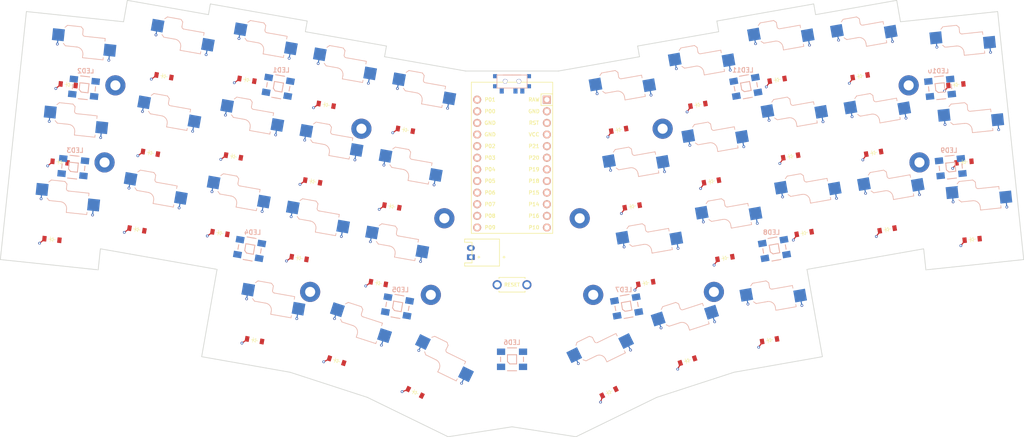
<source format=kicad_pcb>
(kicad_pcb (version 20171130) (host pcbnew 5.1.6)
  (title_block (title egret) (rev v1.0.0) (company Unknown))
  (layers (0 F.Cu signal) (31 B.Cu signal) (34 B.Paste user) (35 F.Paste user) (36 B.SilkS user) (37 F.SilkS user) (38 B.Mask user) (39 F.Mask user) (44 Edge.Cuts user))
  (net 0 "")
  (net 1 "col1")
  (net 2 "pinky_bottom")
  (net 3 "row3")
  (net 4 "pinky_home")
  (net 5 "row2")
  (net 6 "pinky_top")
  (net 7 "row1")
  (net 8 "col2")
  (net 9 "ring_bottom")
  (net 10 "ring_home")
  (net 11 "ring_top")
  (net 12 "col3")
  (net 13 "middle_bottom")
  (net 14 "middle_home")
  (net 15 "middle_top")
  (net 16 "col4")
  (net 17 "index_bottom")
  (net 18 "index_home")
  (net 19 "index_top")
  (net 20 "col5")
  (net 21 "inner_bottom")
  (net 22 "inner_home")
  (net 23 "inner_top")
  (net 24 "tucky_thumb")
  (net 25 "row4")
  (net 26 "home_thumb")
  (net 27 "reachy_thumb")
  (net 28 "col10")
  (net 29 "mirror_pinky_bottom")
  (net 30 "mirror_pinky_home")
  (net 31 "mirror_pinky_top")
  (net 32 "col9")
  (net 33 "mirror_ring_bottom")
  (net 34 "mirror_ring_home")
  (net 35 "mirror_ring_top")
  (net 36 "col8")
  (net 37 "mirror_middle_bottom")
  (net 38 "mirror_middle_home")
  (net 39 "mirror_middle_top")
  (net 40 "col7")
  (net 41 "mirror_index_bottom")
  (net 42 "mirror_index_home")
  (net 43 "mirror_index_top")
  (net 44 "col6")
  (net 45 "mirror_inner_bottom")
  (net 46 "mirror_inner_home")
  (net 47 "mirror_inner_top")
  (net 48 "mirror_tucky_thumb")
  (net 49 "mirror_home_thumb")
  (net 50 "mirror_reachy_thumb")
  (net 51 "RAW")
  (net 52 "GND")
  (net 53 "RST")
  (net 54 "VCC")
  (net 55 "P19")
  (net 56 "led")
  (net 57 "P0")
  (net 58 "P4")
  (net 59 "BAT_POS")
  (net 60 "L2")
  (net 61 "L3")
  (net 62 "L4")
  (net 63 "L5")
  (net 64 "L6")
  (net 65 "L7")
  (net 66 "L8")
  (net 67 "L9")
  (net 68 "L10")
  (net 69 "L11")
  (module PG1350 (layer F.Cu) (at 106.9007373 111.7865482 -6)
    (fp_text reference "S1" hide)
    (fp_text value "" hide)
    (pad "" np_thru_hole circle (at 0 0) (size 3.429 3.429) (drill 3.429) (layers *.Cu *.Mask B.Adhes))
    (pad "" np_thru_hole circle (at 5.5 0) (size 1.7018 1.7018) (drill 1.7018) (layers *.Cu *.Mask B.Adhes))
    (pad "" np_thru_hole circle (at -5.5 0) (size 1.7018 1.7018) (drill 1.7018) (layers *.Cu *.Mask B.Adhes))
    (pad "" np_thru_hole circle (at 5 -3.75) (size 3 3) (drill 3) (layers *.Cu *.Mask))
    (pad "" np_thru_hole circle (at 0 -5.95) (size 3 3) (drill 3) (layers *.Cu *.Mask))
    (pad 1 smd rect (at -3.275 -5.95 -6) (size 2.6 2.6) (layers B.Cu B.Paste B.Mask) (net 1 "col1"))
    (pad 2 smd rect (at 8.275 -3.75 -6) (size 2.6 2.6) (layers B.Cu B.Paste B.Mask) (net 2 "pinky_bottom"))
    (pad 3 thru_hole circle (at -3.275 -3.9 -6) (size 0.6 0.6) (drill 0.3) (layers *.Cu) (net 1 "col1"))
    (pad 4 thru_hole circle (at 8.275 -1.55 -6) (size 0.6 0.6) (drill 0.3) (layers *.Cu) (net 2 "pinky_bottom"))
    (pad 5 smd rect (at -3.275 -4.4 -6) (size 0.25 1) (layers B.Cu) (net 1 "col1"))
    (pad 6 smd rect (at 8.275 -2.1 -6) (size 0.25 1) (layers B.Cu) (net 2 "pinky_bottom"))
  )
  (module ComboDiode (layer F.Cu) (at 106.4094535 116.4608011 -6)
    (fp_text reference "D1" hide)
    (fp_text value "" hide)
    (pad 1 smd rect (at -1.65 0 -6) (size 0.9 1.2) (layers F.Cu F.Paste F.Mask) (net 3 "row3"))
    (pad 2 smd rect (at 1.65 0 -6) (size 0.9 1.2) (layers F.Cu F.Paste F.Mask) (net 2 "pinky_bottom"))
    (pad 3 thru_hole circle (at -2.6 1.1 -6) (size 0.6 0.6) (drill 0.3) (layers *.Cu) (net 3 "row3"))
    (pad 4 smd rect (at -2.25 0.75 -51) (size 0.25 1) (layers F.Cu) (net 3 "row3"))
  )
  (module PG1350 (layer F.Cu) (at 108.6777212 94.879676 -6)
    (fp_text reference "S2" hide)
    (fp_text value "" hide)
    (pad "" np_thru_hole circle (at 0 0) (size 3.429 3.429) (drill 3.429) (layers *.Cu *.Mask B.Adhes))
    (pad "" np_thru_hole circle (at 5.5 0) (size 1.7018 1.7018) (drill 1.7018) (layers *.Cu *.Mask B.Adhes))
    (pad "" np_thru_hole circle (at -5.5 0) (size 1.7018 1.7018) (drill 1.7018) (layers *.Cu *.Mask B.Adhes))
    (pad "" np_thru_hole circle (at 5 -3.75) (size 3 3) (drill 3) (layers *.Cu *.Mask))
    (pad "" np_thru_hole circle (at 0 -5.95) (size 3 3) (drill 3) (layers *.Cu *.Mask))
    (pad 1 smd rect (at -3.275 -5.95 -6) (size 2.6 2.6) (layers B.Cu B.Paste B.Mask) (net 1 "col1"))
    (pad 2 smd rect (at 8.275 -3.75 -6) (size 2.6 2.6) (layers B.Cu B.Paste B.Mask) (net 4 "pinky_home"))
    (pad 3 thru_hole circle (at -3.275 -3.9 -6) (size 0.6 0.6) (drill 0.3) (layers *.Cu) (net 1 "col1"))
    (pad 4 thru_hole circle (at 8.275 -1.55 -6) (size 0.6 0.6) (drill 0.3) (layers *.Cu) (net 4 "pinky_home"))
    (pad 5 smd rect (at -3.275 -4.4 -6) (size 0.25 1) (layers B.Cu) (net 1 "col1"))
    (pad 6 smd rect (at 8.275 -2.1 -6) (size 0.25 1) (layers B.Cu) (net 4 "pinky_home"))
  )
  (module ComboDiode (layer F.Cu) (at 108.18643739999999 99.5539289 -6)
    (fp_text reference "D2" hide)
    (fp_text value "" hide)
    (pad 1 smd rect (at -1.65 0 -6) (size 0.9 1.2) (layers F.Cu F.Paste F.Mask) (net 5 "row2"))
    (pad 2 smd rect (at 1.65 0 -6) (size 0.9 1.2) (layers F.Cu F.Paste F.Mask) (net 4 "pinky_home"))
    (pad 3 thru_hole circle (at -2.6 1.1 -6) (size 0.6 0.6) (drill 0.3) (layers *.Cu) (net 5 "row2"))
    (pad 4 smd rect (at -2.25 0.75 -51) (size 0.25 1) (layers F.Cu) (net 5 "row2"))
  )
  (module PG1350 (layer F.Cu) (at 110.4547051 77.9728037 -6)
    (fp_text reference "S3" hide)
    (fp_text value "" hide)
    (pad "" np_thru_hole circle (at 0 0) (size 3.429 3.429) (drill 3.429) (layers *.Cu *.Mask B.Adhes))
    (pad "" np_thru_hole circle (at 5.5 0) (size 1.7018 1.7018) (drill 1.7018) (layers *.Cu *.Mask B.Adhes))
    (pad "" np_thru_hole circle (at -5.5 0) (size 1.7018 1.7018) (drill 1.7018) (layers *.Cu *.Mask B.Adhes))
    (pad "" np_thru_hole circle (at 5 -3.75) (size 3 3) (drill 3) (layers *.Cu *.Mask))
    (pad "" np_thru_hole circle (at 0 -5.95) (size 3 3) (drill 3) (layers *.Cu *.Mask))
    (pad 1 smd rect (at -3.275 -5.95 -6) (size 2.6 2.6) (layers B.Cu B.Paste B.Mask) (net 1 "col1"))
    (pad 2 smd rect (at 8.275 -3.75 -6) (size 2.6 2.6) (layers B.Cu B.Paste B.Mask) (net 6 "pinky_top"))
    (pad 3 thru_hole circle (at -3.275 -3.9 -6) (size 0.6 0.6) (drill 0.3) (layers *.Cu) (net 1 "col1"))
    (pad 4 thru_hole circle (at 8.275 -1.55 -6) (size 0.6 0.6) (drill 0.3) (layers *.Cu) (net 6 "pinky_top"))
    (pad 5 smd rect (at -3.275 -4.4 -6) (size 0.25 1) (layers B.Cu) (net 1 "col1"))
    (pad 6 smd rect (at 8.275 -2.1 -6) (size 0.25 1) (layers B.Cu) (net 6 "pinky_top"))
  )
  (module ComboDiode (layer F.Cu) (at 109.9634213 82.6470566 -6)
    (fp_text reference "D3" hide)
    (fp_text value "" hide)
    (pad 1 smd rect (at -1.65 0 -6) (size 0.9 1.2) (layers F.Cu F.Paste F.Mask) (net 7 "row1"))
    (pad 2 smd rect (at 1.65 0 -6) (size 0.9 1.2) (layers F.Cu F.Paste F.Mask) (net 6 "pinky_top"))
    (pad 3 thru_hole circle (at -2.6 1.1 -6) (size 0.6 0.6) (drill 0.3) (layers *.Cu) (net 7 "row1"))
    (pad 4 smd rect (at -2.25 0.75 -51) (size 0.25 1) (layers F.Cu) (net 7 "row1"))
  )
  (module PG1350 (layer F.Cu) (at 125.798732 109.6487291 -10)
    (fp_text reference "S4" hide)
    (fp_text value "" hide)
    (pad "" np_thru_hole circle (at 0 0) (size 3.429 3.429) (drill 3.429) (layers *.Cu *.Mask B.Adhes))
    (pad "" np_thru_hole circle (at 5.5 0) (size 1.7018 1.7018) (drill 1.7018) (layers *.Cu *.Mask B.Adhes))
    (pad "" np_thru_hole circle (at -5.5 0) (size 1.7018 1.7018) (drill 1.7018) (layers *.Cu *.Mask B.Adhes))
    (pad "" np_thru_hole circle (at 5 -3.75) (size 3 3) (drill 3) (layers *.Cu *.Mask))
    (pad "" np_thru_hole circle (at 0 -5.95) (size 3 3) (drill 3) (layers *.Cu *.Mask))
    (pad 1 smd rect (at -3.275 -5.95 -10) (size 2.6 2.6) (layers B.Cu B.Paste B.Mask) (net 8 "col2"))
    (pad 2 smd rect (at 8.275 -3.75 -10) (size 2.6 2.6) (layers B.Cu B.Paste B.Mask) (net 9 "ring_bottom"))
    (pad 3 thru_hole circle (at -3.275 -3.9 -10) (size 0.6 0.6) (drill 0.3) (layers *.Cu) (net 8 "col2"))
    (pad 4 thru_hole circle (at 8.275 -1.55 -10) (size 0.6 0.6) (drill 0.3) (layers *.Cu) (net 9 "ring_bottom"))
    (pad 5 smd rect (at -3.275 -4.4 -10) (size 0.25 1) (layers B.Cu) (net 8 "col2"))
    (pad 6 smd rect (at 8.275 -2.1 -10) (size 0.25 1) (layers B.Cu) (net 9 "ring_bottom"))
  )
  (module ComboDiode (layer F.Cu) (at 124.98258560000001 114.2773255 -10)
    (fp_text reference "D4" hide)
    (fp_text value "" hide)
    (pad 1 smd rect (at -1.65 0 -10) (size 0.9 1.2) (layers F.Cu F.Paste F.Mask) (net 3 "row3"))
    (pad 2 smd rect (at 1.65 0 -10) (size 0.9 1.2) (layers F.Cu F.Paste F.Mask) (net 9 "ring_bottom"))
    (pad 3 thru_hole circle (at -2.6 1.1 -10) (size 0.6 0.6) (drill 0.3) (layers *.Cu) (net 3 "row3"))
    (pad 4 smd rect (at -2.25 0.75 -55) (size 0.25 1) (layers F.Cu) (net 3 "row3"))
  )
  (module PG1350 (layer F.Cu) (at 128.7507509 92.9069974 -10)
    (fp_text reference "S5" hide)
    (fp_text value "" hide)
    (pad "" np_thru_hole circle (at 0 0) (size 3.429 3.429) (drill 3.429) (layers *.Cu *.Mask B.Adhes))
    (pad "" np_thru_hole circle (at 5.5 0) (size 1.7018 1.7018) (drill 1.7018) (layers *.Cu *.Mask B.Adhes))
    (pad "" np_thru_hole circle (at -5.5 0) (size 1.7018 1.7018) (drill 1.7018) (layers *.Cu *.Mask B.Adhes))
    (pad "" np_thru_hole circle (at 5 -3.75) (size 3 3) (drill 3) (layers *.Cu *.Mask))
    (pad "" np_thru_hole circle (at 0 -5.95) (size 3 3) (drill 3) (layers *.Cu *.Mask))
    (pad 1 smd rect (at -3.275 -5.95 -10) (size 2.6 2.6) (layers B.Cu B.Paste B.Mask) (net 8 "col2"))
    (pad 2 smd rect (at 8.275 -3.75 -10) (size 2.6 2.6) (layers B.Cu B.Paste B.Mask) (net 10 "ring_home"))
    (pad 3 thru_hole circle (at -3.275 -3.9 -10) (size 0.6 0.6) (drill 0.3) (layers *.Cu) (net 8 "col2"))
    (pad 4 thru_hole circle (at 8.275 -1.55 -10) (size 0.6 0.6) (drill 0.3) (layers *.Cu) (net 10 "ring_home"))
    (pad 5 smd rect (at -3.275 -4.4 -10) (size 0.25 1) (layers B.Cu) (net 8 "col2"))
    (pad 6 smd rect (at 8.275 -2.1 -10) (size 0.25 1) (layers B.Cu) (net 10 "ring_home"))
  )
  (module ComboDiode (layer F.Cu) (at 127.93460450000002 97.5355938 -10)
    (fp_text reference "D5" hide)
    (fp_text value "" hide)
    (pad 1 smd rect (at -1.65 0 -10) (size 0.9 1.2) (layers F.Cu F.Paste F.Mask) (net 5 "row2"))
    (pad 2 smd rect (at 1.65 0 -10) (size 0.9 1.2) (layers F.Cu F.Paste F.Mask) (net 10 "ring_home"))
    (pad 3 thru_hole circle (at -2.6 1.1 -10) (size 0.6 0.6) (drill 0.3) (layers *.Cu) (net 5 "row2"))
    (pad 4 smd rect (at -2.25 0.75 -55) (size 0.25 1) (layers F.Cu) (net 5 "row2"))
  )
  (module PG1350 (layer F.Cu) (at 131.70277 76.1652655 -10)
    (fp_text reference "S6" hide)
    (fp_text value "" hide)
    (pad "" np_thru_hole circle (at 0 0) (size 3.429 3.429) (drill 3.429) (layers *.Cu *.Mask B.Adhes))
    (pad "" np_thru_hole circle (at 5.5 0) (size 1.7018 1.7018) (drill 1.7018) (layers *.Cu *.Mask B.Adhes))
    (pad "" np_thru_hole circle (at -5.5 0) (size 1.7018 1.7018) (drill 1.7018) (layers *.Cu *.Mask B.Adhes))
    (pad "" np_thru_hole circle (at 5 -3.75) (size 3 3) (drill 3) (layers *.Cu *.Mask))
    (pad "" np_thru_hole circle (at 0 -5.95) (size 3 3) (drill 3) (layers *.Cu *.Mask))
    (pad 1 smd rect (at -3.275 -5.95 -10) (size 2.6 2.6) (layers B.Cu B.Paste B.Mask) (net 8 "col2"))
    (pad 2 smd rect (at 8.275 -3.75 -10) (size 2.6 2.6) (layers B.Cu B.Paste B.Mask) (net 11 "ring_top"))
    (pad 3 thru_hole circle (at -3.275 -3.9 -10) (size 0.6 0.6) (drill 0.3) (layers *.Cu) (net 8 "col2"))
    (pad 4 thru_hole circle (at 8.275 -1.55 -10) (size 0.6 0.6) (drill 0.3) (layers *.Cu) (net 11 "ring_top"))
    (pad 5 smd rect (at -3.275 -4.4 -10) (size 0.25 1) (layers B.Cu) (net 8 "col2"))
    (pad 6 smd rect (at 8.275 -2.1 -10) (size 0.25 1) (layers B.Cu) (net 11 "ring_top"))
  )
  (module ComboDiode (layer F.Cu) (at 130.88662359999998 80.79386190000001 -10)
    (fp_text reference "D6" hide)
    (fp_text value "" hide)
    (pad 1 smd rect (at -1.65 0 -10) (size 0.9 1.2) (layers F.Cu F.Paste F.Mask) (net 7 "row1"))
    (pad 2 smd rect (at 1.65 0 -10) (size 0.9 1.2) (layers F.Cu F.Paste F.Mask) (net 11 "ring_top"))
    (pad 3 thru_hole circle (at -2.6 1.1 -10) (size 0.6 0.6) (drill 0.3) (layers *.Cu) (net 7 "row1"))
    (pad 4 smd rect (at -2.25 0.75 -55) (size 0.25 1) (layers F.Cu) (net 7 "row1"))
  )
  (module PG1350 (layer F.Cu) (at 143.9376859 110.4354779 -10)
    (fp_text reference "S7" hide)
    (fp_text value "" hide)
    (pad "" np_thru_hole circle (at 0 0) (size 3.429 3.429) (drill 3.429) (layers *.Cu *.Mask B.Adhes))
    (pad "" np_thru_hole circle (at 5.5 0) (size 1.7018 1.7018) (drill 1.7018) (layers *.Cu *.Mask B.Adhes))
    (pad "" np_thru_hole circle (at -5.5 0) (size 1.7018 1.7018) (drill 1.7018) (layers *.Cu *.Mask B.Adhes))
    (pad "" np_thru_hole circle (at 5 -3.75) (size 3 3) (drill 3) (layers *.Cu *.Mask))
    (pad "" np_thru_hole circle (at 0 -5.95) (size 3 3) (drill 3) (layers *.Cu *.Mask))
    (pad 1 smd rect (at -3.275 -5.95 -10) (size 2.6 2.6) (layers B.Cu B.Paste B.Mask) (net 12 "col3"))
    (pad 2 smd rect (at 8.275 -3.75 -10) (size 2.6 2.6) (layers B.Cu B.Paste B.Mask) (net 13 "middle_bottom"))
    (pad 3 thru_hole circle (at -3.275 -3.9 -10) (size 0.6 0.6) (drill 0.3) (layers *.Cu) (net 12 "col3"))
    (pad 4 thru_hole circle (at 8.275 -1.55 -10) (size 0.6 0.6) (drill 0.3) (layers *.Cu) (net 13 "middle_bottom"))
    (pad 5 smd rect (at -3.275 -4.4 -10) (size 0.25 1) (layers B.Cu) (net 12 "col3"))
    (pad 6 smd rect (at 8.275 -2.1 -10) (size 0.25 1) (layers B.Cu) (net 13 "middle_bottom"))
  )
  (module ComboDiode (layer F.Cu) (at 143.12153949999998 115.0640743 -10)
    (fp_text reference "D7" hide)
    (fp_text value "" hide)
    (pad 1 smd rect (at -1.65 0 -10) (size 0.9 1.2) (layers F.Cu F.Paste F.Mask) (net 3 "row3"))
    (pad 2 smd rect (at 1.65 0 -10) (size 0.9 1.2) (layers F.Cu F.Paste F.Mask) (net 13 "middle_bottom"))
    (pad 3 thru_hole circle (at -2.6 1.1 -10) (size 0.6 0.6) (drill 0.3) (layers *.Cu) (net 3 "row3"))
    (pad 4 smd rect (at -2.25 0.75 -55) (size 0.25 1) (layers F.Cu) (net 3 "row3"))
  )
  (module PG1350 (layer F.Cu) (at 146.889705 93.6937462 -10)
    (fp_text reference "S8" hide)
    (fp_text value "" hide)
    (pad "" np_thru_hole circle (at 0 0) (size 3.429 3.429) (drill 3.429) (layers *.Cu *.Mask B.Adhes))
    (pad "" np_thru_hole circle (at 5.5 0) (size 1.7018 1.7018) (drill 1.7018) (layers *.Cu *.Mask B.Adhes))
    (pad "" np_thru_hole circle (at -5.5 0) (size 1.7018 1.7018) (drill 1.7018) (layers *.Cu *.Mask B.Adhes))
    (pad "" np_thru_hole circle (at 5 -3.75) (size 3 3) (drill 3) (layers *.Cu *.Mask))
    (pad "" np_thru_hole circle (at 0 -5.95) (size 3 3) (drill 3) (layers *.Cu *.Mask))
    (pad 1 smd rect (at -3.275 -5.95 -10) (size 2.6 2.6) (layers B.Cu B.Paste B.Mask) (net 12 "col3"))
    (pad 2 smd rect (at 8.275 -3.75 -10) (size 2.6 2.6) (layers B.Cu B.Paste B.Mask) (net 14 "middle_home"))
    (pad 3 thru_hole circle (at -3.275 -3.9 -10) (size 0.6 0.6) (drill 0.3) (layers *.Cu) (net 12 "col3"))
    (pad 4 thru_hole circle (at 8.275 -1.55 -10) (size 0.6 0.6) (drill 0.3) (layers *.Cu) (net 14 "middle_home"))
    (pad 5 smd rect (at -3.275 -4.4 -10) (size 0.25 1) (layers B.Cu) (net 12 "col3"))
    (pad 6 smd rect (at 8.275 -2.1 -10) (size 0.25 1) (layers B.Cu) (net 14 "middle_home"))
  )
  (module ComboDiode (layer F.Cu) (at 146.07355859999998 98.32234260000001 -10)
    (fp_text reference "D8" hide)
    (fp_text value "" hide)
    (pad 1 smd rect (at -1.65 0 -10) (size 0.9 1.2) (layers F.Cu F.Paste F.Mask) (net 5 "row2"))
    (pad 2 smd rect (at 1.65 0 -10) (size 0.9 1.2) (layers F.Cu F.Paste F.Mask) (net 14 "middle_home"))
    (pad 3 thru_hole circle (at -2.6 1.1 -10) (size 0.6 0.6) (drill 0.3) (layers *.Cu) (net 5 "row2"))
    (pad 4 smd rect (at -2.25 0.75 -55) (size 0.25 1) (layers F.Cu) (net 5 "row2"))
  )
  (module PG1350 (layer F.Cu) (at 149.8417239 76.9520143 -10)
    (fp_text reference "S9" hide)
    (fp_text value "" hide)
    (pad "" np_thru_hole circle (at 0 0) (size 3.429 3.429) (drill 3.429) (layers *.Cu *.Mask B.Adhes))
    (pad "" np_thru_hole circle (at 5.5 0) (size 1.7018 1.7018) (drill 1.7018) (layers *.Cu *.Mask B.Adhes))
    (pad "" np_thru_hole circle (at -5.5 0) (size 1.7018 1.7018) (drill 1.7018) (layers *.Cu *.Mask B.Adhes))
    (pad "" np_thru_hole circle (at 5 -3.75) (size 3 3) (drill 3) (layers *.Cu *.Mask))
    (pad "" np_thru_hole circle (at 0 -5.95) (size 3 3) (drill 3) (layers *.Cu *.Mask))
    (pad 1 smd rect (at -3.275 -5.95 -10) (size 2.6 2.6) (layers B.Cu B.Paste B.Mask) (net 12 "col3"))
    (pad 2 smd rect (at 8.275 -3.75 -10) (size 2.6 2.6) (layers B.Cu B.Paste B.Mask) (net 15 "middle_top"))
    (pad 3 thru_hole circle (at -3.275 -3.9 -10) (size 0.6 0.6) (drill 0.3) (layers *.Cu) (net 12 "col3"))
    (pad 4 thru_hole circle (at 8.275 -1.55 -10) (size 0.6 0.6) (drill 0.3) (layers *.Cu) (net 15 "middle_top"))
    (pad 5 smd rect (at -3.275 -4.4 -10) (size 0.25 1) (layers B.Cu) (net 12 "col3"))
    (pad 6 smd rect (at 8.275 -2.1 -10) (size 0.25 1) (layers B.Cu) (net 15 "middle_top"))
  )
  (module ComboDiode (layer F.Cu) (at 149.0255775 81.58061070000001 -10)
    (fp_text reference "D9" hide)
    (fp_text value "" hide)
    (pad 1 smd rect (at -1.65 0 -10) (size 0.9 1.2) (layers F.Cu F.Paste F.Mask) (net 7 "row1"))
    (pad 2 smd rect (at 1.65 0 -10) (size 0.9 1.2) (layers F.Cu F.Paste F.Mask) (net 15 "middle_top"))
    (pad 3 thru_hole circle (at -2.6 1.1 -10) (size 0.6 0.6) (drill 0.3) (layers *.Cu) (net 7 "row1"))
    (pad 4 smd rect (at -2.25 0.75 -55) (size 0.25 1) (layers F.Cu) (net 7 "row1"))
  )
  (module PG1350 (layer F.Cu) (at 161.251811 115.9000636 -10)
    (fp_text reference "S10" hide)
    (fp_text value "" hide)
    (pad "" np_thru_hole circle (at 0 0) (size 3.429 3.429) (drill 3.429) (layers *.Cu *.Mask B.Adhes))
    (pad "" np_thru_hole circle (at 5.5 0) (size 1.7018 1.7018) (drill 1.7018) (layers *.Cu *.Mask B.Adhes))
    (pad "" np_thru_hole circle (at -5.5 0) (size 1.7018 1.7018) (drill 1.7018) (layers *.Cu *.Mask B.Adhes))
    (pad "" np_thru_hole circle (at 5 -3.75) (size 3 3) (drill 3) (layers *.Cu *.Mask))
    (pad "" np_thru_hole circle (at 0 -5.95) (size 3 3) (drill 3) (layers *.Cu *.Mask))
    (pad 1 smd rect (at -3.275 -5.95 -10) (size 2.6 2.6) (layers B.Cu B.Paste B.Mask) (net 16 "col4"))
    (pad 2 smd rect (at 8.275 -3.75 -10) (size 2.6 2.6) (layers B.Cu B.Paste B.Mask) (net 17 "index_bottom"))
    (pad 3 thru_hole circle (at -3.275 -3.9 -10) (size 0.6 0.6) (drill 0.3) (layers *.Cu) (net 16 "col4"))
    (pad 4 thru_hole circle (at 8.275 -1.55 -10) (size 0.6 0.6) (drill 0.3) (layers *.Cu) (net 17 "index_bottom"))
    (pad 5 smd rect (at -3.275 -4.4 -10) (size 0.25 1) (layers B.Cu) (net 16 "col4"))
    (pad 6 smd rect (at 8.275 -2.1 -10) (size 0.25 1) (layers B.Cu) (net 17 "index_bottom"))
  )
  (module ComboDiode (layer F.Cu) (at 160.4356646 120.52866 -10)
    (fp_text reference "D10" hide)
    (fp_text value "" hide)
    (pad 1 smd rect (at -1.65 0 -10) (size 0.9 1.2) (layers F.Cu F.Paste F.Mask) (net 3 "row3"))
    (pad 2 smd rect (at 1.65 0 -10) (size 0.9 1.2) (layers F.Cu F.Paste F.Mask) (net 17 "index_bottom"))
    (pad 3 thru_hole circle (at -2.6 1.1 -10) (size 0.6 0.6) (drill 0.3) (layers *.Cu) (net 3 "row3"))
    (pad 4 smd rect (at -2.25 0.75 -55) (size 0.25 1) (layers F.Cu) (net 3 "row3"))
  )
  (module PG1350 (layer F.Cu) (at 164.20383 99.1583317 -10)
    (fp_text reference "S11" hide)
    (fp_text value "" hide)
    (pad "" np_thru_hole circle (at 0 0) (size 3.429 3.429) (drill 3.429) (layers *.Cu *.Mask B.Adhes))
    (pad "" np_thru_hole circle (at 5.5 0) (size 1.7018 1.7018) (drill 1.7018) (layers *.Cu *.Mask B.Adhes))
    (pad "" np_thru_hole circle (at -5.5 0) (size 1.7018 1.7018) (drill 1.7018) (layers *.Cu *.Mask B.Adhes))
    (pad "" np_thru_hole circle (at 5 -3.75) (size 3 3) (drill 3) (layers *.Cu *.Mask))
    (pad "" np_thru_hole circle (at 0 -5.95) (size 3 3) (drill 3) (layers *.Cu *.Mask))
    (pad 1 smd rect (at -3.275 -5.95 -10) (size 2.6 2.6) (layers B.Cu B.Paste B.Mask) (net 16 "col4"))
    (pad 2 smd rect (at 8.275 -3.75 -10) (size 2.6 2.6) (layers B.Cu B.Paste B.Mask) (net 18 "index_home"))
    (pad 3 thru_hole circle (at -3.275 -3.9 -10) (size 0.6 0.6) (drill 0.3) (layers *.Cu) (net 16 "col4"))
    (pad 4 thru_hole circle (at 8.275 -1.55 -10) (size 0.6 0.6) (drill 0.3) (layers *.Cu) (net 18 "index_home"))
    (pad 5 smd rect (at -3.275 -4.4 -10) (size 0.25 1) (layers B.Cu) (net 16 "col4"))
    (pad 6 smd rect (at 8.275 -2.1 -10) (size 0.25 1) (layers B.Cu) (net 18 "index_home"))
  )
  (module ComboDiode (layer F.Cu) (at 163.3876836 103.78692810000001 -10)
    (fp_text reference "D11" hide)
    (fp_text value "" hide)
    (pad 1 smd rect (at -1.65 0 -10) (size 0.9 1.2) (layers F.Cu F.Paste F.Mask) (net 5 "row2"))
    (pad 2 smd rect (at 1.65 0 -10) (size 0.9 1.2) (layers F.Cu F.Paste F.Mask) (net 18 "index_home"))
    (pad 3 thru_hole circle (at -2.6 1.1 -10) (size 0.6 0.6) (drill 0.3) (layers *.Cu) (net 5 "row2"))
    (pad 4 smd rect (at -2.25 0.75 -55) (size 0.25 1) (layers F.Cu) (net 5 "row2"))
  )
  (module PG1350 (layer F.Cu) (at 167.155849 82.4166 -10)
    (fp_text reference "S12" hide)
    (fp_text value "" hide)
    (pad "" np_thru_hole circle (at 0 0) (size 3.429 3.429) (drill 3.429) (layers *.Cu *.Mask B.Adhes))
    (pad "" np_thru_hole circle (at 5.5 0) (size 1.7018 1.7018) (drill 1.7018) (layers *.Cu *.Mask B.Adhes))
    (pad "" np_thru_hole circle (at -5.5 0) (size 1.7018 1.7018) (drill 1.7018) (layers *.Cu *.Mask B.Adhes))
    (pad "" np_thru_hole circle (at 5 -3.75) (size 3 3) (drill 3) (layers *.Cu *.Mask))
    (pad "" np_thru_hole circle (at 0 -5.95) (size 3 3) (drill 3) (layers *.Cu *.Mask))
    (pad 1 smd rect (at -3.275 -5.95 -10) (size 2.6 2.6) (layers B.Cu B.Paste B.Mask) (net 16 "col4"))
    (pad 2 smd rect (at 8.275 -3.75 -10) (size 2.6 2.6) (layers B.Cu B.Paste B.Mask) (net 19 "index_top"))
    (pad 3 thru_hole circle (at -3.275 -3.9 -10) (size 0.6 0.6) (drill 0.3) (layers *.Cu) (net 16 "col4"))
    (pad 4 thru_hole circle (at 8.275 -1.55 -10) (size 0.6 0.6) (drill 0.3) (layers *.Cu) (net 19 "index_top"))
    (pad 5 smd rect (at -3.275 -4.4 -10) (size 0.25 1) (layers B.Cu) (net 16 "col4"))
    (pad 6 smd rect (at 8.275 -2.1 -10) (size 0.25 1) (layers B.Cu) (net 19 "index_top"))
  )
  (module ComboDiode (layer F.Cu) (at 166.33970259999998 87.04519640000001 -10)
    (fp_text reference "D12" hide)
    (fp_text value "" hide)
    (pad 1 smd rect (at -1.65 0 -10) (size 0.9 1.2) (layers F.Cu F.Paste F.Mask) (net 7 "row1"))
    (pad 2 smd rect (at 1.65 0 -10) (size 0.9 1.2) (layers F.Cu F.Paste F.Mask) (net 19 "index_top"))
    (pad 3 thru_hole circle (at -2.6 1.1 -10) (size 0.6 0.6) (drill 0.3) (layers *.Cu) (net 7 "row1"))
    (pad 4 smd rect (at -2.25 0.75 -55) (size 0.25 1) (layers F.Cu) (net 7 "row1"))
  )
  (module PG1350 (layer F.Cu) (at 178.5659362 121.3646491 -10)
    (fp_text reference "S13" hide)
    (fp_text value "" hide)
    (pad "" np_thru_hole circle (at 0 0) (size 3.429 3.429) (drill 3.429) (layers *.Cu *.Mask B.Adhes))
    (pad "" np_thru_hole circle (at 5.5 0) (size 1.7018 1.7018) (drill 1.7018) (layers *.Cu *.Mask B.Adhes))
    (pad "" np_thru_hole circle (at -5.5 0) (size 1.7018 1.7018) (drill 1.7018) (layers *.Cu *.Mask B.Adhes))
    (pad "" np_thru_hole circle (at 5 -3.75) (size 3 3) (drill 3) (layers *.Cu *.Mask))
    (pad "" np_thru_hole circle (at 0 -5.95) (size 3 3) (drill 3) (layers *.Cu *.Mask))
    (pad 1 smd rect (at -3.275 -5.95 -10) (size 2.6 2.6) (layers B.Cu B.Paste B.Mask) (net 20 "col5"))
    (pad 2 smd rect (at 8.275 -3.75 -10) (size 2.6 2.6) (layers B.Cu B.Paste B.Mask) (net 21 "inner_bottom"))
    (pad 3 thru_hole circle (at -3.275 -3.9 -10) (size 0.6 0.6) (drill 0.3) (layers *.Cu) (net 20 "col5"))
    (pad 4 thru_hole circle (at 8.275 -1.55 -10) (size 0.6 0.6) (drill 0.3) (layers *.Cu) (net 21 "inner_bottom"))
    (pad 5 smd rect (at -3.275 -4.4 -10) (size 0.25 1) (layers B.Cu) (net 20 "col5"))
    (pad 6 smd rect (at 8.275 -2.1 -10) (size 0.25 1) (layers B.Cu) (net 21 "inner_bottom"))
  )
  (module ComboDiode (layer F.Cu) (at 177.7497898 125.9932455 -10)
    (fp_text reference "D13" hide)
    (fp_text value "" hide)
    (pad 1 smd rect (at -1.65 0 -10) (size 0.9 1.2) (layers F.Cu F.Paste F.Mask) (net 3 "row3"))
    (pad 2 smd rect (at 1.65 0 -10) (size 0.9 1.2) (layers F.Cu F.Paste F.Mask) (net 21 "inner_bottom"))
    (pad 3 thru_hole circle (at -2.6 1.1 -10) (size 0.6 0.6) (drill 0.3) (layers *.Cu) (net 3 "row3"))
    (pad 4 smd rect (at -2.25 0.75 -55) (size 0.25 1) (layers F.Cu) (net 3 "row3"))
  )
  (module PG1350 (layer F.Cu) (at 181.5179552 104.6229174 -10)
    (fp_text reference "S14" hide)
    (fp_text value "" hide)
    (pad "" np_thru_hole circle (at 0 0) (size 3.429 3.429) (drill 3.429) (layers *.Cu *.Mask B.Adhes))
    (pad "" np_thru_hole circle (at 5.5 0) (size 1.7018 1.7018) (drill 1.7018) (layers *.Cu *.Mask B.Adhes))
    (pad "" np_thru_hole circle (at -5.5 0) (size 1.7018 1.7018) (drill 1.7018) (layers *.Cu *.Mask B.Adhes))
    (pad "" np_thru_hole circle (at 5 -3.75) (size 3 3) (drill 3) (layers *.Cu *.Mask))
    (pad "" np_thru_hole circle (at 0 -5.95) (size 3 3) (drill 3) (layers *.Cu *.Mask))
    (pad 1 smd rect (at -3.275 -5.95 -10) (size 2.6 2.6) (layers B.Cu B.Paste B.Mask) (net 20 "col5"))
    (pad 2 smd rect (at 8.275 -3.75 -10) (size 2.6 2.6) (layers B.Cu B.Paste B.Mask) (net 22 "inner_home"))
    (pad 3 thru_hole circle (at -3.275 -3.9 -10) (size 0.6 0.6) (drill 0.3) (layers *.Cu) (net 20 "col5"))
    (pad 4 thru_hole circle (at 8.275 -1.55 -10) (size 0.6 0.6) (drill 0.3) (layers *.Cu) (net 22 "inner_home"))
    (pad 5 smd rect (at -3.275 -4.4 -10) (size 0.25 1) (layers B.Cu) (net 20 "col5"))
    (pad 6 smd rect (at 8.275 -2.1 -10) (size 0.25 1) (layers B.Cu) (net 22 "inner_home"))
  )
  (module ComboDiode (layer F.Cu) (at 180.70180879999998 109.25151380000001 -10)
    (fp_text reference "D14" hide)
    (fp_text value "" hide)
    (pad 1 smd rect (at -1.65 0 -10) (size 0.9 1.2) (layers F.Cu F.Paste F.Mask) (net 5 "row2"))
    (pad 2 smd rect (at 1.65 0 -10) (size 0.9 1.2) (layers F.Cu F.Paste F.Mask) (net 22 "inner_home"))
    (pad 3 thru_hole circle (at -2.6 1.1 -10) (size 0.6 0.6) (drill 0.3) (layers *.Cu) (net 5 "row2"))
    (pad 4 smd rect (at -2.25 0.75 -55) (size 0.25 1) (layers F.Cu) (net 5 "row2"))
  )
  (module PG1350 (layer F.Cu) (at 184.4699743 87.8811855 -10)
    (fp_text reference "S15" hide)
    (fp_text value "" hide)
    (pad "" np_thru_hole circle (at 0 0) (size 3.429 3.429) (drill 3.429) (layers *.Cu *.Mask B.Adhes))
    (pad "" np_thru_hole circle (at 5.5 0) (size 1.7018 1.7018) (drill 1.7018) (layers *.Cu *.Mask B.Adhes))
    (pad "" np_thru_hole circle (at -5.5 0) (size 1.7018 1.7018) (drill 1.7018) (layers *.Cu *.Mask B.Adhes))
    (pad "" np_thru_hole circle (at 5 -3.75) (size 3 3) (drill 3) (layers *.Cu *.Mask))
    (pad "" np_thru_hole circle (at 0 -5.95) (size 3 3) (drill 3) (layers *.Cu *.Mask))
    (pad 1 smd rect (at -3.275 -5.95 -10) (size 2.6 2.6) (layers B.Cu B.Paste B.Mask) (net 20 "col5"))
    (pad 2 smd rect (at 8.275 -3.75 -10) (size 2.6 2.6) (layers B.Cu B.Paste B.Mask) (net 23 "inner_top"))
    (pad 3 thru_hole circle (at -3.275 -3.9 -10) (size 0.6 0.6) (drill 0.3) (layers *.Cu) (net 20 "col5"))
    (pad 4 thru_hole circle (at 8.275 -1.55 -10) (size 0.6 0.6) (drill 0.3) (layers *.Cu) (net 23 "inner_top"))
    (pad 5 smd rect (at -3.275 -4.4 -10) (size 0.25 1) (layers B.Cu) (net 20 "col5"))
    (pad 6 smd rect (at 8.275 -2.1 -10) (size 0.25 1) (layers B.Cu) (net 23 "inner_top"))
  )
  (module ComboDiode (layer F.Cu) (at 183.65382789999998 92.50978190000001 -10)
    (fp_text reference "D15" hide)
    (fp_text value "" hide)
    (pad 1 smd rect (at -1.65 0 -10) (size 0.9 1.2) (layers F.Cu F.Paste F.Mask) (net 7 "row1"))
    (pad 2 smd rect (at 1.65 0 -10) (size 0.9 1.2) (layers F.Cu F.Paste F.Mask) (net 23 "inner_top"))
    (pad 3 thru_hole circle (at -2.6 1.1 -10) (size 0.6 0.6) (drill 0.3) (layers *.Cu) (net 7 "row1"))
    (pad 4 smd rect (at -2.25 0.75 -55) (size 0.25 1) (layers F.Cu) (net 7 "row1"))
  )
  (module PG1350 (layer F.Cu) (at 151.5058234 133.8554736 -10)
    (fp_text reference "S16" hide)
    (fp_text value "" hide)
    (pad "" np_thru_hole circle (at 0 0) (size 3.429 3.429) (drill 3.429) (layers *.Cu *.Mask B.Adhes))
    (pad "" np_thru_hole circle (at 5.5 0) (size 1.7018 1.7018) (drill 1.7018) (layers *.Cu *.Mask B.Adhes))
    (pad "" np_thru_hole circle (at -5.5 0) (size 1.7018 1.7018) (drill 1.7018) (layers *.Cu *.Mask B.Adhes))
    (pad "" np_thru_hole circle (at 5 -3.75) (size 3 3) (drill 3) (layers *.Cu *.Mask))
    (pad "" np_thru_hole circle (at 0 -5.95) (size 3 3) (drill 3) (layers *.Cu *.Mask))
    (pad 1 smd rect (at -3.275 -5.95 -10) (size 2.6 2.6) (layers B.Cu B.Paste B.Mask) (net 12 "col3"))
    (pad 2 smd rect (at 8.275 -3.75 -10) (size 2.6 2.6) (layers B.Cu B.Paste B.Mask) (net 24 "tucky_thumb"))
    (pad 3 thru_hole circle (at -3.275 -3.9 -10) (size 0.6 0.6) (drill 0.3) (layers *.Cu) (net 12 "col3"))
    (pad 4 thru_hole circle (at 8.275 -1.55 -10) (size 0.6 0.6) (drill 0.3) (layers *.Cu) (net 24 "tucky_thumb"))
    (pad 5 smd rect (at -3.275 -4.4 -10) (size 0.25 1) (layers B.Cu) (net 12 "col3"))
    (pad 6 smd rect (at 8.275 -2.1 -10) (size 0.25 1) (layers B.Cu) (net 24 "tucky_thumb"))
  )
  (module ComboDiode (layer F.Cu) (at 150.689677 138.48407 -10)
    (fp_text reference "D16" hide)
    (fp_text value "" hide)
    (pad 1 smd rect (at -1.65 0 -10) (size 0.9 1.2) (layers F.Cu F.Paste F.Mask) (net 25 "row4"))
    (pad 2 smd rect (at 1.65 0 -10) (size 0.9 1.2) (layers F.Cu F.Paste F.Mask) (net 24 "tucky_thumb"))
    (pad 3 thru_hole circle (at -2.6 1.1 -10) (size 0.6 0.6) (drill 0.3) (layers *.Cu) (net 25 "row4"))
    (pad 4 smd rect (at -2.25 0.75 -55) (size 0.25 1) (layers F.Cu) (net 25 "row4"))
  )
  (module PG1350 (layer F.Cu) (at 170.0792368 138.4863456 -18)
    (fp_text reference "S17" hide)
    (fp_text value "" hide)
    (pad "" np_thru_hole circle (at 0 0) (size 3.429 3.429) (drill 3.429) (layers *.Cu *.Mask B.Adhes))
    (pad "" np_thru_hole circle (at 5.5 0) (size 1.7018 1.7018) (drill 1.7018) (layers *.Cu *.Mask B.Adhes))
    (pad "" np_thru_hole circle (at -5.5 0) (size 1.7018 1.7018) (drill 1.7018) (layers *.Cu *.Mask B.Adhes))
    (pad "" np_thru_hole circle (at 5 -3.75) (size 3 3) (drill 3) (layers *.Cu *.Mask))
    (pad "" np_thru_hole circle (at 0 -5.95) (size 3 3) (drill 3) (layers *.Cu *.Mask))
    (pad 1 smd rect (at -3.275 -5.95 -18) (size 2.6 2.6) (layers B.Cu B.Paste B.Mask) (net 16 "col4"))
    (pad 2 smd rect (at 8.275 -3.75 -18) (size 2.6 2.6) (layers B.Cu B.Paste B.Mask) (net 26 "home_thumb"))
    (pad 3 thru_hole circle (at -3.275 -3.9 -18) (size 0.6 0.6) (drill 0.3) (layers *.Cu) (net 16 "col4"))
    (pad 4 thru_hole circle (at 8.275 -1.55 -18) (size 0.6 0.6) (drill 0.3) (layers *.Cu) (net 26 "home_thumb"))
    (pad 5 smd rect (at -3.275 -4.4 -18) (size 0.25 1) (layers B.Cu) (net 16 "col4"))
    (pad 6 smd rect (at 8.275 -2.1 -18) (size 0.25 1) (layers B.Cu) (net 26 "home_thumb"))
  )
  (module ComboDiode (layer F.Cu) (at 168.62685689999998 142.9563112 -18)
    (fp_text reference "D17" hide)
    (fp_text value "" hide)
    (pad 1 smd rect (at -1.65 0 -18) (size 0.9 1.2) (layers F.Cu F.Paste F.Mask) (net 25 "row4"))
    (pad 2 smd rect (at 1.65 0 -18) (size 0.9 1.2) (layers F.Cu F.Paste F.Mask) (net 26 "home_thumb"))
    (pad 3 thru_hole circle (at -2.6 1.1 -18) (size 0.6 0.6) (drill 0.3) (layers *.Cu) (net 25 "row4"))
    (pad 4 smd rect (at -2.25 0.75 -63) (size 0.25 1) (layers F.Cu) (net 25 "row4"))
  )
  (module PG1350 (layer F.Cu) (at 187.8274021 145.6570699 -26)
    (fp_text reference "S18" hide)
    (fp_text value "" hide)
    (pad "" np_thru_hole circle (at 0 0) (size 3.429 3.429) (drill 3.429) (layers *.Cu *.Mask B.Adhes))
    (pad "" np_thru_hole circle (at 5.5 0) (size 1.7018 1.7018) (drill 1.7018) (layers *.Cu *.Mask B.Adhes))
    (pad "" np_thru_hole circle (at -5.5 0) (size 1.7018 1.7018) (drill 1.7018) (layers *.Cu *.Mask B.Adhes))
    (pad "" np_thru_hole circle (at 5 -3.75) (size 3 3) (drill 3) (layers *.Cu *.Mask))
    (pad "" np_thru_hole circle (at 0 -5.95) (size 3 3) (drill 3) (layers *.Cu *.Mask))
    (pad 1 smd rect (at -3.275 -5.95 -26) (size 2.6 2.6) (layers B.Cu B.Paste B.Mask) (net 20 "col5"))
    (pad 2 smd rect (at 8.275 -3.75 -26) (size 2.6 2.6) (layers B.Cu B.Paste B.Mask) (net 27 "reachy_thumb"))
    (pad 3 thru_hole circle (at -3.275 -3.9 -26) (size 0.6 0.6) (drill 0.3) (layers *.Cu) (net 20 "col5"))
    (pad 4 thru_hole circle (at 8.275 -1.55 -26) (size 0.6 0.6) (drill 0.3) (layers *.Cu) (net 27 "reachy_thumb"))
    (pad 5 smd rect (at -3.275 -4.4 -26) (size 0.25 1) (layers B.Cu) (net 20 "col5"))
    (pad 6 smd rect (at 8.275 -2.1 -26) (size 0.25 1) (layers B.Cu) (net 27 "reachy_thumb"))
  )
  (module ComboDiode (layer F.Cu) (at 185.7670577 149.88140190000001 -26)
    (fp_text reference "D18" hide)
    (fp_text value "" hide)
    (pad 1 smd rect (at -1.65 0 -26) (size 0.9 1.2) (layers F.Cu F.Paste F.Mask) (net 25 "row4"))
    (pad 2 smd rect (at 1.65 0 -26) (size 0.9 1.2) (layers F.Cu F.Paste F.Mask) (net 27 "reachy_thumb"))
    (pad 3 thru_hole circle (at -2.6 1.1 -26) (size 0.6 0.6) (drill 0.3) (layers *.Cu) (net 25 "row4"))
    (pad 4 smd rect (at -2.25 0.75 -71) (size 0.25 1) (layers F.Cu) (net 25 "row4"))
  )
  (module PG1350 (layer F.Cu) (at 307.0392113 111.7865482 6)
    (fp_text reference "S19" hide)
    (fp_text value "" hide)
    (pad "" np_thru_hole circle (at 0 0) (size 3.429 3.429) (drill 3.429) (layers *.Cu *.Mask B.Adhes))
    (pad "" np_thru_hole circle (at 5.5 0) (size 1.7018 1.7018) (drill 1.7018) (layers *.Cu *.Mask B.Adhes))
    (pad "" np_thru_hole circle (at -5.5 0) (size 1.7018 1.7018) (drill 1.7018) (layers *.Cu *.Mask B.Adhes))
    (pad "" np_thru_hole circle (at 5 -3.75) (size 3 3) (drill 3) (layers *.Cu *.Mask))
    (pad "" np_thru_hole circle (at 0 -5.95) (size 3 3) (drill 3) (layers *.Cu *.Mask))
    (pad 1 smd rect (at -3.275 -5.95 6) (size 2.6 2.6) (layers B.Cu B.Paste B.Mask) (net 28 "col10"))
    (pad 2 smd rect (at 8.275 -3.75 6) (size 2.6 2.6) (layers B.Cu B.Paste B.Mask) (net 29 "mirror_pinky_bottom"))
    (pad 3 thru_hole circle (at -3.275 -3.9 6) (size 0.6 0.6) (drill 0.3) (layers *.Cu) (net 28 "col10"))
    (pad 4 thru_hole circle (at 8.275 -1.55 6) (size 0.6 0.6) (drill 0.3) (layers *.Cu) (net 29 "mirror_pinky_bottom"))
    (pad 5 smd rect (at -3.275 -4.4 6) (size 0.25 1) (layers B.Cu) (net 28 "col10"))
    (pad 6 smd rect (at 8.275 -2.1 6) (size 0.25 1) (layers B.Cu) (net 29 "mirror_pinky_bottom"))
  )
  (module ComboDiode (layer F.Cu) (at 307.5304951 116.4608011 6)
    (fp_text reference "D19" hide)
    (fp_text value "" hide)
    (pad 1 smd rect (at -1.65 0 6) (size 0.9 1.2) (layers F.Cu F.Paste F.Mask) (net 3 "row3"))
    (pad 2 smd rect (at 1.65 0 6) (size 0.9 1.2) (layers F.Cu F.Paste F.Mask) (net 29 "mirror_pinky_bottom"))
    (pad 3 thru_hole circle (at -2.6 1.1 6) (size 0.6 0.6) (drill 0.3) (layers *.Cu) (net 3 "row3"))
    (pad 4 smd rect (at -2.25 0.75 -39) (size 0.25 1) (layers F.Cu) (net 3 "row3"))
  )
  (module PG1350 (layer F.Cu) (at 305.2622274 94.879676 6)
    (fp_text reference "S20" hide)
    (fp_text value "" hide)
    (pad "" np_thru_hole circle (at 0 0) (size 3.429 3.429) (drill 3.429) (layers *.Cu *.Mask B.Adhes))
    (pad "" np_thru_hole circle (at 5.5 0) (size 1.7018 1.7018) (drill 1.7018) (layers *.Cu *.Mask B.Adhes))
    (pad "" np_thru_hole circle (at -5.5 0) (size 1.7018 1.7018) (drill 1.7018) (layers *.Cu *.Mask B.Adhes))
    (pad "" np_thru_hole circle (at 5 -3.75) (size 3 3) (drill 3) (layers *.Cu *.Mask))
    (pad "" np_thru_hole circle (at 0 -5.95) (size 3 3) (drill 3) (layers *.Cu *.Mask))
    (pad 1 smd rect (at -3.275 -5.95 6) (size 2.6 2.6) (layers B.Cu B.Paste B.Mask) (net 28 "col10"))
    (pad 2 smd rect (at 8.275 -3.75 6) (size 2.6 2.6) (layers B.Cu B.Paste B.Mask) (net 30 "mirror_pinky_home"))
    (pad 3 thru_hole circle (at -3.275 -3.9 6) (size 0.6 0.6) (drill 0.3) (layers *.Cu) (net 28 "col10"))
    (pad 4 thru_hole circle (at 8.275 -1.55 6) (size 0.6 0.6) (drill 0.3) (layers *.Cu) (net 30 "mirror_pinky_home"))
    (pad 5 smd rect (at -3.275 -4.4 6) (size 0.25 1) (layers B.Cu) (net 28 "col10"))
    (pad 6 smd rect (at 8.275 -2.1 6) (size 0.25 1) (layers B.Cu) (net 30 "mirror_pinky_home"))
  )
  (module ComboDiode (layer F.Cu) (at 305.7535112 99.5539289 6)
    (fp_text reference "D20" hide)
    (fp_text value "" hide)
    (pad 1 smd rect (at -1.65 0 6) (size 0.9 1.2) (layers F.Cu F.Paste F.Mask) (net 5 "row2"))
    (pad 2 smd rect (at 1.65 0 6) (size 0.9 1.2) (layers F.Cu F.Paste F.Mask) (net 30 "mirror_pinky_home"))
    (pad 3 thru_hole circle (at -2.6 1.1 6) (size 0.6 0.6) (drill 0.3) (layers *.Cu) (net 5 "row2"))
    (pad 4 smd rect (at -2.25 0.75 -39) (size 0.25 1) (layers F.Cu) (net 5 "row2"))
  )
  (module PG1350 (layer F.Cu) (at 303.48524349999997 77.9728037 6)
    (fp_text reference "S21" hide)
    (fp_text value "" hide)
    (pad "" np_thru_hole circle (at 0 0) (size 3.429 3.429) (drill 3.429) (layers *.Cu *.Mask B.Adhes))
    (pad "" np_thru_hole circle (at 5.5 0) (size 1.7018 1.7018) (drill 1.7018) (layers *.Cu *.Mask B.Adhes))
    (pad "" np_thru_hole circle (at -5.5 0) (size 1.7018 1.7018) (drill 1.7018) (layers *.Cu *.Mask B.Adhes))
    (pad "" np_thru_hole circle (at 5 -3.75) (size 3 3) (drill 3) (layers *.Cu *.Mask))
    (pad "" np_thru_hole circle (at 0 -5.95) (size 3 3) (drill 3) (layers *.Cu *.Mask))
    (pad 1 smd rect (at -3.275 -5.95 6) (size 2.6 2.6) (layers B.Cu B.Paste B.Mask) (net 28 "col10"))
    (pad 2 smd rect (at 8.275 -3.75 6) (size 2.6 2.6) (layers B.Cu B.Paste B.Mask) (net 31 "mirror_pinky_top"))
    (pad 3 thru_hole circle (at -3.275 -3.9 6) (size 0.6 0.6) (drill 0.3) (layers *.Cu) (net 28 "col10"))
    (pad 4 thru_hole circle (at 8.275 -1.55 6) (size 0.6 0.6) (drill 0.3) (layers *.Cu) (net 31 "mirror_pinky_top"))
    (pad 5 smd rect (at -3.275 -4.4 6) (size 0.25 1) (layers B.Cu) (net 28 "col10"))
    (pad 6 smd rect (at 8.275 -2.1 6) (size 0.25 1) (layers B.Cu) (net 31 "mirror_pinky_top"))
  )
  (module ComboDiode (layer F.Cu) (at 303.9765273 82.6470566 6)
    (fp_text reference "D21" hide)
    (fp_text value "" hide)
    (pad 1 smd rect (at -1.65 0 6) (size 0.9 1.2) (layers F.Cu F.Paste F.Mask) (net 7 "row1"))
    (pad 2 smd rect (at 1.65 0 6) (size 0.9 1.2) (layers F.Cu F.Paste F.Mask) (net 31 "mirror_pinky_top"))
    (pad 3 thru_hole circle (at -2.6 1.1 6) (size 0.6 0.6) (drill 0.3) (layers *.Cu) (net 7 "row1"))
    (pad 4 smd rect (at -2.25 0.75 -39) (size 0.25 1) (layers F.Cu) (net 7 "row1"))
  )
  (module PG1350 (layer F.Cu) (at 288.1412166 109.6487291 10)
    (fp_text reference "S22" hide)
    (fp_text value "" hide)
    (pad "" np_thru_hole circle (at 0 0) (size 3.429 3.429) (drill 3.429) (layers *.Cu *.Mask B.Adhes))
    (pad "" np_thru_hole circle (at 5.5 0) (size 1.7018 1.7018) (drill 1.7018) (layers *.Cu *.Mask B.Adhes))
    (pad "" np_thru_hole circle (at -5.5 0) (size 1.7018 1.7018) (drill 1.7018) (layers *.Cu *.Mask B.Adhes))
    (pad "" np_thru_hole circle (at 5 -3.75) (size 3 3) (drill 3) (layers *.Cu *.Mask))
    (pad "" np_thru_hole circle (at 0 -5.95) (size 3 3) (drill 3) (layers *.Cu *.Mask))
    (pad 1 smd rect (at -3.275 -5.95 10) (size 2.6 2.6) (layers B.Cu B.Paste B.Mask) (net 32 "col9"))
    (pad 2 smd rect (at 8.275 -3.75 10) (size 2.6 2.6) (layers B.Cu B.Paste B.Mask) (net 33 "mirror_ring_bottom"))
    (pad 3 thru_hole circle (at -3.275 -3.9 10) (size 0.6 0.6) (drill 0.3) (layers *.Cu) (net 32 "col9"))
    (pad 4 thru_hole circle (at 8.275 -1.55 10) (size 0.6 0.6) (drill 0.3) (layers *.Cu) (net 33 "mirror_ring_bottom"))
    (pad 5 smd rect (at -3.275 -4.4 10) (size 0.25 1) (layers B.Cu) (net 32 "col9"))
    (pad 6 smd rect (at 8.275 -2.1 10) (size 0.25 1) (layers B.Cu) (net 33 "mirror_ring_bottom"))
  )
  (module ComboDiode (layer F.Cu) (at 288.957363 114.2773255 10)
    (fp_text reference "D22" hide)
    (fp_text value "" hide)
    (pad 1 smd rect (at -1.65 0 10) (size 0.9 1.2) (layers F.Cu F.Paste F.Mask) (net 3 "row3"))
    (pad 2 smd rect (at 1.65 0 10) (size 0.9 1.2) (layers F.Cu F.Paste F.Mask) (net 33 "mirror_ring_bottom"))
    (pad 3 thru_hole circle (at -2.6 1.1 10) (size 0.6 0.6) (drill 0.3) (layers *.Cu) (net 3 "row3"))
    (pad 4 smd rect (at -2.25 0.75 -35) (size 0.25 1) (layers F.Cu) (net 3 "row3"))
  )
  (module PG1350 (layer F.Cu) (at 285.18919769999997 92.9069974 10)
    (fp_text reference "S23" hide)
    (fp_text value "" hide)
    (pad "" np_thru_hole circle (at 0 0) (size 3.429 3.429) (drill 3.429) (layers *.Cu *.Mask B.Adhes))
    (pad "" np_thru_hole circle (at 5.5 0) (size 1.7018 1.7018) (drill 1.7018) (layers *.Cu *.Mask B.Adhes))
    (pad "" np_thru_hole circle (at -5.5 0) (size 1.7018 1.7018) (drill 1.7018) (layers *.Cu *.Mask B.Adhes))
    (pad "" np_thru_hole circle (at 5 -3.75) (size 3 3) (drill 3) (layers *.Cu *.Mask))
    (pad "" np_thru_hole circle (at 0 -5.95) (size 3 3) (drill 3) (layers *.Cu *.Mask))
    (pad 1 smd rect (at -3.275 -5.95 10) (size 2.6 2.6) (layers B.Cu B.Paste B.Mask) (net 32 "col9"))
    (pad 2 smd rect (at 8.275 -3.75 10) (size 2.6 2.6) (layers B.Cu B.Paste B.Mask) (net 34 "mirror_ring_home"))
    (pad 3 thru_hole circle (at -3.275 -3.9 10) (size 0.6 0.6) (drill 0.3) (layers *.Cu) (net 32 "col9"))
    (pad 4 thru_hole circle (at 8.275 -1.55 10) (size 0.6 0.6) (drill 0.3) (layers *.Cu) (net 34 "mirror_ring_home"))
    (pad 5 smd rect (at -3.275 -4.4 10) (size 0.25 1) (layers B.Cu) (net 32 "col9"))
    (pad 6 smd rect (at 8.275 -2.1 10) (size 0.25 1) (layers B.Cu) (net 34 "mirror_ring_home"))
  )
  (module ComboDiode (layer F.Cu) (at 286.00534409999995 97.5355938 10)
    (fp_text reference "D23" hide)
    (fp_text value "" hide)
    (pad 1 smd rect (at -1.65 0 10) (size 0.9 1.2) (layers F.Cu F.Paste F.Mask) (net 5 "row2"))
    (pad 2 smd rect (at 1.65 0 10) (size 0.9 1.2) (layers F.Cu F.Paste F.Mask) (net 34 "mirror_ring_home"))
    (pad 3 thru_hole circle (at -2.6 1.1 10) (size 0.6 0.6) (drill 0.3) (layers *.Cu) (net 5 "row2"))
    (pad 4 smd rect (at -2.25 0.75 -35) (size 0.25 1) (layers F.Cu) (net 5 "row2"))
  )
  (module PG1350 (layer F.Cu) (at 282.2371786 76.1652655 10)
    (fp_text reference "S24" hide)
    (fp_text value "" hide)
    (pad "" np_thru_hole circle (at 0 0) (size 3.429 3.429) (drill 3.429) (layers *.Cu *.Mask B.Adhes))
    (pad "" np_thru_hole circle (at 5.5 0) (size 1.7018 1.7018) (drill 1.7018) (layers *.Cu *.Mask B.Adhes))
    (pad "" np_thru_hole circle (at -5.5 0) (size 1.7018 1.7018) (drill 1.7018) (layers *.Cu *.Mask B.Adhes))
    (pad "" np_thru_hole circle (at 5 -3.75) (size 3 3) (drill 3) (layers *.Cu *.Mask))
    (pad "" np_thru_hole circle (at 0 -5.95) (size 3 3) (drill 3) (layers *.Cu *.Mask))
    (pad 1 smd rect (at -3.275 -5.95 10) (size 2.6 2.6) (layers B.Cu B.Paste B.Mask) (net 32 "col9"))
    (pad 2 smd rect (at 8.275 -3.75 10) (size 2.6 2.6) (layers B.Cu B.Paste B.Mask) (net 35 "mirror_ring_top"))
    (pad 3 thru_hole circle (at -3.275 -3.9 10) (size 0.6 0.6) (drill 0.3) (layers *.Cu) (net 32 "col9"))
    (pad 4 thru_hole circle (at 8.275 -1.55 10) (size 0.6 0.6) (drill 0.3) (layers *.Cu) (net 35 "mirror_ring_top"))
    (pad 5 smd rect (at -3.275 -4.4 10) (size 0.25 1) (layers B.Cu) (net 32 "col9"))
    (pad 6 smd rect (at 8.275 -2.1 10) (size 0.25 1) (layers B.Cu) (net 35 "mirror_ring_top"))
  )
  (module ComboDiode (layer F.Cu) (at 283.053325 80.79386190000001 10)
    (fp_text reference "D24" hide)
    (fp_text value "" hide)
    (pad 1 smd rect (at -1.65 0 10) (size 0.9 1.2) (layers F.Cu F.Paste F.Mask) (net 7 "row1"))
    (pad 2 smd rect (at 1.65 0 10) (size 0.9 1.2) (layers F.Cu F.Paste F.Mask) (net 35 "mirror_ring_top"))
    (pad 3 thru_hole circle (at -2.6 1.1 10) (size 0.6 0.6) (drill 0.3) (layers *.Cu) (net 7 "row1"))
    (pad 4 smd rect (at -2.25 0.75 -35) (size 0.25 1) (layers F.Cu) (net 7 "row1"))
  )
  (module PG1350 (layer F.Cu) (at 270.00226269999996 110.4354779 10)
    (fp_text reference "S25" hide)
    (fp_text value "" hide)
    (pad "" np_thru_hole circle (at 0 0) (size 3.429 3.429) (drill 3.429) (layers *.Cu *.Mask B.Adhes))
    (pad "" np_thru_hole circle (at 5.5 0) (size 1.7018 1.7018) (drill 1.7018) (layers *.Cu *.Mask B.Adhes))
    (pad "" np_thru_hole circle (at -5.5 0) (size 1.7018 1.7018) (drill 1.7018) (layers *.Cu *.Mask B.Adhes))
    (pad "" np_thru_hole circle (at 5 -3.75) (size 3 3) (drill 3) (layers *.Cu *.Mask))
    (pad "" np_thru_hole circle (at 0 -5.95) (size 3 3) (drill 3) (layers *.Cu *.Mask))
    (pad 1 smd rect (at -3.275 -5.95 10) (size 2.6 2.6) (layers B.Cu B.Paste B.Mask) (net 36 "col8"))
    (pad 2 smd rect (at 8.275 -3.75 10) (size 2.6 2.6) (layers B.Cu B.Paste B.Mask) (net 37 "mirror_middle_bottom"))
    (pad 3 thru_hole circle (at -3.275 -3.9 10) (size 0.6 0.6) (drill 0.3) (layers *.Cu) (net 36 "col8"))
    (pad 4 thru_hole circle (at 8.275 -1.55 10) (size 0.6 0.6) (drill 0.3) (layers *.Cu) (net 37 "mirror_middle_bottom"))
    (pad 5 smd rect (at -3.275 -4.4 10) (size 0.25 1) (layers B.Cu) (net 36 "col8"))
    (pad 6 smd rect (at 8.275 -2.1 10) (size 0.25 1) (layers B.Cu) (net 37 "mirror_middle_bottom"))
  )
  (module ComboDiode (layer F.Cu) (at 270.81840909999994 115.0640743 10)
    (fp_text reference "D25" hide)
    (fp_text value "" hide)
    (pad 1 smd rect (at -1.65 0 10) (size 0.9 1.2) (layers F.Cu F.Paste F.Mask) (net 3 "row3"))
    (pad 2 smd rect (at 1.65 0 10) (size 0.9 1.2) (layers F.Cu F.Paste F.Mask) (net 37 "mirror_middle_bottom"))
    (pad 3 thru_hole circle (at -2.6 1.1 10) (size 0.6 0.6) (drill 0.3) (layers *.Cu) (net 3 "row3"))
    (pad 4 smd rect (at -2.25 0.75 -35) (size 0.25 1) (layers F.Cu) (net 3 "row3"))
  )
  (module PG1350 (layer F.Cu) (at 267.0502436 93.6937462 10)
    (fp_text reference "S26" hide)
    (fp_text value "" hide)
    (pad "" np_thru_hole circle (at 0 0) (size 3.429 3.429) (drill 3.429) (layers *.Cu *.Mask B.Adhes))
    (pad "" np_thru_hole circle (at 5.5 0) (size 1.7018 1.7018) (drill 1.7018) (layers *.Cu *.Mask B.Adhes))
    (pad "" np_thru_hole circle (at -5.5 0) (size 1.7018 1.7018) (drill 1.7018) (layers *.Cu *.Mask B.Adhes))
    (pad "" np_thru_hole circle (at 5 -3.75) (size 3 3) (drill 3) (layers *.Cu *.Mask))
    (pad "" np_thru_hole circle (at 0 -5.95) (size 3 3) (drill 3) (layers *.Cu *.Mask))
    (pad 1 smd rect (at -3.275 -5.95 10) (size 2.6 2.6) (layers B.Cu B.Paste B.Mask) (net 36 "col8"))
    (pad 2 smd rect (at 8.275 -3.75 10) (size 2.6 2.6) (layers B.Cu B.Paste B.Mask) (net 38 "mirror_middle_home"))
    (pad 3 thru_hole circle (at -3.275 -3.9 10) (size 0.6 0.6) (drill 0.3) (layers *.Cu) (net 36 "col8"))
    (pad 4 thru_hole circle (at 8.275 -1.55 10) (size 0.6 0.6) (drill 0.3) (layers *.Cu) (net 38 "mirror_middle_home"))
    (pad 5 smd rect (at -3.275 -4.4 10) (size 0.25 1) (layers B.Cu) (net 36 "col8"))
    (pad 6 smd rect (at 8.275 -2.1 10) (size 0.25 1) (layers B.Cu) (net 38 "mirror_middle_home"))
  )
  (module ComboDiode (layer F.Cu) (at 267.86638999999997 98.32234260000001 10)
    (fp_text reference "D26" hide)
    (fp_text value "" hide)
    (pad 1 smd rect (at -1.65 0 10) (size 0.9 1.2) (layers F.Cu F.Paste F.Mask) (net 5 "row2"))
    (pad 2 smd rect (at 1.65 0 10) (size 0.9 1.2) (layers F.Cu F.Paste F.Mask) (net 38 "mirror_middle_home"))
    (pad 3 thru_hole circle (at -2.6 1.1 10) (size 0.6 0.6) (drill 0.3) (layers *.Cu) (net 5 "row2"))
    (pad 4 smd rect (at -2.25 0.75 -35) (size 0.25 1) (layers F.Cu) (net 5 "row2"))
  )
  (module PG1350 (layer F.Cu) (at 264.09822469999995 76.9520143 10)
    (fp_text reference "S27" hide)
    (fp_text value "" hide)
    (pad "" np_thru_hole circle (at 0 0) (size 3.429 3.429) (drill 3.429) (layers *.Cu *.Mask B.Adhes))
    (pad "" np_thru_hole circle (at 5.5 0) (size 1.7018 1.7018) (drill 1.7018) (layers *.Cu *.Mask B.Adhes))
    (pad "" np_thru_hole circle (at -5.5 0) (size 1.7018 1.7018) (drill 1.7018) (layers *.Cu *.Mask B.Adhes))
    (pad "" np_thru_hole circle (at 5 -3.75) (size 3 3) (drill 3) (layers *.Cu *.Mask))
    (pad "" np_thru_hole circle (at 0 -5.95) (size 3 3) (drill 3) (layers *.Cu *.Mask))
    (pad 1 smd rect (at -3.275 -5.95 10) (size 2.6 2.6) (layers B.Cu B.Paste B.Mask) (net 36 "col8"))
    (pad 2 smd rect (at 8.275 -3.75 10) (size 2.6 2.6) (layers B.Cu B.Paste B.Mask) (net 39 "mirror_middle_top"))
    (pad 3 thru_hole circle (at -3.275 -3.9 10) (size 0.6 0.6) (drill 0.3) (layers *.Cu) (net 36 "col8"))
    (pad 4 thru_hole circle (at 8.275 -1.55 10) (size 0.6 0.6) (drill 0.3) (layers *.Cu) (net 39 "mirror_middle_top"))
    (pad 5 smd rect (at -3.275 -4.4 10) (size 0.25 1) (layers B.Cu) (net 36 "col8"))
    (pad 6 smd rect (at 8.275 -2.1 10) (size 0.25 1) (layers B.Cu) (net 39 "mirror_middle_top"))
  )
  (module ComboDiode (layer F.Cu) (at 264.9143710999999 81.58061070000001 10)
    (fp_text reference "D27" hide)
    (fp_text value "" hide)
    (pad 1 smd rect (at -1.65 0 10) (size 0.9 1.2) (layers F.Cu F.Paste F.Mask) (net 7 "row1"))
    (pad 2 smd rect (at 1.65 0 10) (size 0.9 1.2) (layers F.Cu F.Paste F.Mask) (net 39 "mirror_middle_top"))
    (pad 3 thru_hole circle (at -2.6 1.1 10) (size 0.6 0.6) (drill 0.3) (layers *.Cu) (net 7 "row1"))
    (pad 4 smd rect (at -2.25 0.75 -35) (size 0.25 1) (layers F.Cu) (net 7 "row1"))
  )
  (module PG1350 (layer F.Cu) (at 252.68813759999998 115.9000636 10)
    (fp_text reference "S28" hide)
    (fp_text value "" hide)
    (pad "" np_thru_hole circle (at 0 0) (size 3.429 3.429) (drill 3.429) (layers *.Cu *.Mask B.Adhes))
    (pad "" np_thru_hole circle (at 5.5 0) (size 1.7018 1.7018) (drill 1.7018) (layers *.Cu *.Mask B.Adhes))
    (pad "" np_thru_hole circle (at -5.5 0) (size 1.7018 1.7018) (drill 1.7018) (layers *.Cu *.Mask B.Adhes))
    (pad "" np_thru_hole circle (at 5 -3.75) (size 3 3) (drill 3) (layers *.Cu *.Mask))
    (pad "" np_thru_hole circle (at 0 -5.95) (size 3 3) (drill 3) (layers *.Cu *.Mask))
    (pad 1 smd rect (at -3.275 -5.95 10) (size 2.6 2.6) (layers B.Cu B.Paste B.Mask) (net 40 "col7"))
    (pad 2 smd rect (at 8.275 -3.75 10) (size 2.6 2.6) (layers B.Cu B.Paste B.Mask) (net 41 "mirror_index_bottom"))
    (pad 3 thru_hole circle (at -3.275 -3.9 10) (size 0.6 0.6) (drill 0.3) (layers *.Cu) (net 40 "col7"))
    (pad 4 thru_hole circle (at 8.275 -1.55 10) (size 0.6 0.6) (drill 0.3) (layers *.Cu) (net 41 "mirror_index_bottom"))
    (pad 5 smd rect (at -3.275 -4.4 10) (size 0.25 1) (layers B.Cu) (net 40 "col7"))
    (pad 6 smd rect (at 8.275 -2.1 10) (size 0.25 1) (layers B.Cu) (net 41 "mirror_index_bottom"))
  )
  (module ComboDiode (layer F.Cu) (at 253.50428399999998 120.52866 10)
    (fp_text reference "D28" hide)
    (fp_text value "" hide)
    (pad 1 smd rect (at -1.65 0 10) (size 0.9 1.2) (layers F.Cu F.Paste F.Mask) (net 3 "row3"))
    (pad 2 smd rect (at 1.65 0 10) (size 0.9 1.2) (layers F.Cu F.Paste F.Mask) (net 41 "mirror_index_bottom"))
    (pad 3 thru_hole circle (at -2.6 1.1 10) (size 0.6 0.6) (drill 0.3) (layers *.Cu) (net 3 "row3"))
    (pad 4 smd rect (at -2.25 0.75 -35) (size 0.25 1) (layers F.Cu) (net 3 "row3"))
  )
  (module PG1350 (layer F.Cu) (at 249.73611859999997 99.1583317 10)
    (fp_text reference "S29" hide)
    (fp_text value "" hide)
    (pad "" np_thru_hole circle (at 0 0) (size 3.429 3.429) (drill 3.429) (layers *.Cu *.Mask B.Adhes))
    (pad "" np_thru_hole circle (at 5.5 0) (size 1.7018 1.7018) (drill 1.7018) (layers *.Cu *.Mask B.Adhes))
    (pad "" np_thru_hole circle (at -5.5 0) (size 1.7018 1.7018) (drill 1.7018) (layers *.Cu *.Mask B.Adhes))
    (pad "" np_thru_hole circle (at 5 -3.75) (size 3 3) (drill 3) (layers *.Cu *.Mask))
    (pad "" np_thru_hole circle (at 0 -5.95) (size 3 3) (drill 3) (layers *.Cu *.Mask))
    (pad 1 smd rect (at -3.275 -5.95 10) (size 2.6 2.6) (layers B.Cu B.Paste B.Mask) (net 40 "col7"))
    (pad 2 smd rect (at 8.275 -3.75 10) (size 2.6 2.6) (layers B.Cu B.Paste B.Mask) (net 42 "mirror_index_home"))
    (pad 3 thru_hole circle (at -3.275 -3.9 10) (size 0.6 0.6) (drill 0.3) (layers *.Cu) (net 40 "col7"))
    (pad 4 thru_hole circle (at 8.275 -1.55 10) (size 0.6 0.6) (drill 0.3) (layers *.Cu) (net 42 "mirror_index_home"))
    (pad 5 smd rect (at -3.275 -4.4 10) (size 0.25 1) (layers B.Cu) (net 40 "col7"))
    (pad 6 smd rect (at 8.275 -2.1 10) (size 0.25 1) (layers B.Cu) (net 42 "mirror_index_home"))
  )
  (module ComboDiode (layer F.Cu) (at 250.55226499999998 103.78692810000001 10)
    (fp_text reference "D29" hide)
    (fp_text value "" hide)
    (pad 1 smd rect (at -1.65 0 10) (size 0.9 1.2) (layers F.Cu F.Paste F.Mask) (net 5 "row2"))
    (pad 2 smd rect (at 1.65 0 10) (size 0.9 1.2) (layers F.Cu F.Paste F.Mask) (net 42 "mirror_index_home"))
    (pad 3 thru_hole circle (at -2.6 1.1 10) (size 0.6 0.6) (drill 0.3) (layers *.Cu) (net 5 "row2"))
    (pad 4 smd rect (at -2.25 0.75 -35) (size 0.25 1) (layers F.Cu) (net 5 "row2"))
  )
  (module PG1350 (layer F.Cu) (at 246.7840996 82.4166 10)
    (fp_text reference "S30" hide)
    (fp_text value "" hide)
    (pad "" np_thru_hole circle (at 0 0) (size 3.429 3.429) (drill 3.429) (layers *.Cu *.Mask B.Adhes))
    (pad "" np_thru_hole circle (at 5.5 0) (size 1.7018 1.7018) (drill 1.7018) (layers *.Cu *.Mask B.Adhes))
    (pad "" np_thru_hole circle (at -5.5 0) (size 1.7018 1.7018) (drill 1.7018) (layers *.Cu *.Mask B.Adhes))
    (pad "" np_thru_hole circle (at 5 -3.75) (size 3 3) (drill 3) (layers *.Cu *.Mask))
    (pad "" np_thru_hole circle (at 0 -5.95) (size 3 3) (drill 3) (layers *.Cu *.Mask))
    (pad 1 smd rect (at -3.275 -5.95 10) (size 2.6 2.6) (layers B.Cu B.Paste B.Mask) (net 40 "col7"))
    (pad 2 smd rect (at 8.275 -3.75 10) (size 2.6 2.6) (layers B.Cu B.Paste B.Mask) (net 43 "mirror_index_top"))
    (pad 3 thru_hole circle (at -3.275 -3.9 10) (size 0.6 0.6) (drill 0.3) (layers *.Cu) (net 40 "col7"))
    (pad 4 thru_hole circle (at 8.275 -1.55 10) (size 0.6 0.6) (drill 0.3) (layers *.Cu) (net 43 "mirror_index_top"))
    (pad 5 smd rect (at -3.275 -4.4 10) (size 0.25 1) (layers B.Cu) (net 40 "col7"))
    (pad 6 smd rect (at 8.275 -2.1 10) (size 0.25 1) (layers B.Cu) (net 43 "mirror_index_top"))
  )
  (module ComboDiode (layer F.Cu) (at 247.600246 87.04519640000001 10)
    (fp_text reference "D30" hide)
    (fp_text value "" hide)
    (pad 1 smd rect (at -1.65 0 10) (size 0.9 1.2) (layers F.Cu F.Paste F.Mask) (net 7 "row1"))
    (pad 2 smd rect (at 1.65 0 10) (size 0.9 1.2) (layers F.Cu F.Paste F.Mask) (net 43 "mirror_index_top"))
    (pad 3 thru_hole circle (at -2.6 1.1 10) (size 0.6 0.6) (drill 0.3) (layers *.Cu) (net 7 "row1"))
    (pad 4 smd rect (at -2.25 0.75 -35) (size 0.25 1) (layers F.Cu) (net 7 "row1"))
  )
  (module PG1350 (layer F.Cu) (at 235.37401239999997 121.3646491 10)
    (fp_text reference "S31" hide)
    (fp_text value "" hide)
    (pad "" np_thru_hole circle (at 0 0) (size 3.429 3.429) (drill 3.429) (layers *.Cu *.Mask B.Adhes))
    (pad "" np_thru_hole circle (at 5.5 0) (size 1.7018 1.7018) (drill 1.7018) (layers *.Cu *.Mask B.Adhes))
    (pad "" np_thru_hole circle (at -5.5 0) (size 1.7018 1.7018) (drill 1.7018) (layers *.Cu *.Mask B.Adhes))
    (pad "" np_thru_hole circle (at 5 -3.75) (size 3 3) (drill 3) (layers *.Cu *.Mask))
    (pad "" np_thru_hole circle (at 0 -5.95) (size 3 3) (drill 3) (layers *.Cu *.Mask))
    (pad 1 smd rect (at -3.275 -5.95 10) (size 2.6 2.6) (layers B.Cu B.Paste B.Mask) (net 44 "col6"))
    (pad 2 smd rect (at 8.275 -3.75 10) (size 2.6 2.6) (layers B.Cu B.Paste B.Mask) (net 45 "mirror_inner_bottom"))
    (pad 3 thru_hole circle (at -3.275 -3.9 10) (size 0.6 0.6) (drill 0.3) (layers *.Cu) (net 44 "col6"))
    (pad 4 thru_hole circle (at 8.275 -1.55 10) (size 0.6 0.6) (drill 0.3) (layers *.Cu) (net 45 "mirror_inner_bottom"))
    (pad 5 smd rect (at -3.275 -4.4 10) (size 0.25 1) (layers B.Cu) (net 44 "col6"))
    (pad 6 smd rect (at 8.275 -2.1 10) (size 0.25 1) (layers B.Cu) (net 45 "mirror_inner_bottom"))
  )
  (module ComboDiode (layer F.Cu) (at 236.19015879999998 125.9932455 10)
    (fp_text reference "D31" hide)
    (fp_text value "" hide)
    (pad 1 smd rect (at -1.65 0 10) (size 0.9 1.2) (layers F.Cu F.Paste F.Mask) (net 3 "row3"))
    (pad 2 smd rect (at 1.65 0 10) (size 0.9 1.2) (layers F.Cu F.Paste F.Mask) (net 45 "mirror_inner_bottom"))
    (pad 3 thru_hole circle (at -2.6 1.1 10) (size 0.6 0.6) (drill 0.3) (layers *.Cu) (net 3 "row3"))
    (pad 4 smd rect (at -2.25 0.75 -35) (size 0.25 1) (layers F.Cu) (net 3 "row3"))
  )
  (module PG1350 (layer F.Cu) (at 232.4219934 104.6229174 10)
    (fp_text reference "S32" hide)
    (fp_text value "" hide)
    (pad "" np_thru_hole circle (at 0 0) (size 3.429 3.429) (drill 3.429) (layers *.Cu *.Mask B.Adhes))
    (pad "" np_thru_hole circle (at 5.5 0) (size 1.7018 1.7018) (drill 1.7018) (layers *.Cu *.Mask B.Adhes))
    (pad "" np_thru_hole circle (at -5.5 0) (size 1.7018 1.7018) (drill 1.7018) (layers *.Cu *.Mask B.Adhes))
    (pad "" np_thru_hole circle (at 5 -3.75) (size 3 3) (drill 3) (layers *.Cu *.Mask))
    (pad "" np_thru_hole circle (at 0 -5.95) (size 3 3) (drill 3) (layers *.Cu *.Mask))
    (pad 1 smd rect (at -3.275 -5.95 10) (size 2.6 2.6) (layers B.Cu B.Paste B.Mask) (net 44 "col6"))
    (pad 2 smd rect (at 8.275 -3.75 10) (size 2.6 2.6) (layers B.Cu B.Paste B.Mask) (net 46 "mirror_inner_home"))
    (pad 3 thru_hole circle (at -3.275 -3.9 10) (size 0.6 0.6) (drill 0.3) (layers *.Cu) (net 44 "col6"))
    (pad 4 thru_hole circle (at 8.275 -1.55 10) (size 0.6 0.6) (drill 0.3) (layers *.Cu) (net 46 "mirror_inner_home"))
    (pad 5 smd rect (at -3.275 -4.4 10) (size 0.25 1) (layers B.Cu) (net 44 "col6"))
    (pad 6 smd rect (at 8.275 -2.1 10) (size 0.25 1) (layers B.Cu) (net 46 "mirror_inner_home"))
  )
  (module ComboDiode (layer F.Cu) (at 233.2381398 109.25151380000001 10)
    (fp_text reference "D32" hide)
    (fp_text value "" hide)
    (pad 1 smd rect (at -1.65 0 10) (size 0.9 1.2) (layers F.Cu F.Paste F.Mask) (net 5 "row2"))
    (pad 2 smd rect (at 1.65 0 10) (size 0.9 1.2) (layers F.Cu F.Paste F.Mask) (net 46 "mirror_inner_home"))
    (pad 3 thru_hole circle (at -2.6 1.1 10) (size 0.6 0.6) (drill 0.3) (layers *.Cu) (net 5 "row2"))
    (pad 4 smd rect (at -2.25 0.75 -35) (size 0.25 1) (layers F.Cu) (net 5 "row2"))
  )
  (module PG1350 (layer F.Cu) (at 229.4699743 87.8811855 10)
    (fp_text reference "S33" hide)
    (fp_text value "" hide)
    (pad "" np_thru_hole circle (at 0 0) (size 3.429 3.429) (drill 3.429) (layers *.Cu *.Mask B.Adhes))
    (pad "" np_thru_hole circle (at 5.5 0) (size 1.7018 1.7018) (drill 1.7018) (layers *.Cu *.Mask B.Adhes))
    (pad "" np_thru_hole circle (at -5.5 0) (size 1.7018 1.7018) (drill 1.7018) (layers *.Cu *.Mask B.Adhes))
    (pad "" np_thru_hole circle (at 5 -3.75) (size 3 3) (drill 3) (layers *.Cu *.Mask))
    (pad "" np_thru_hole circle (at 0 -5.95) (size 3 3) (drill 3) (layers *.Cu *.Mask))
    (pad 1 smd rect (at -3.275 -5.95 10) (size 2.6 2.6) (layers B.Cu B.Paste B.Mask) (net 44 "col6"))
    (pad 2 smd rect (at 8.275 -3.75 10) (size 2.6 2.6) (layers B.Cu B.Paste B.Mask) (net 47 "mirror_inner_top"))
    (pad 3 thru_hole circle (at -3.275 -3.9 10) (size 0.6 0.6) (drill 0.3) (layers *.Cu) (net 44 "col6"))
    (pad 4 thru_hole circle (at 8.275 -1.55 10) (size 0.6 0.6) (drill 0.3) (layers *.Cu) (net 47 "mirror_inner_top"))
    (pad 5 smd rect (at -3.275 -4.4 10) (size 0.25 1) (layers B.Cu) (net 44 "col6"))
    (pad 6 smd rect (at 8.275 -2.1 10) (size 0.25 1) (layers B.Cu) (net 47 "mirror_inner_top"))
  )
  (module ComboDiode (layer F.Cu) (at 230.2861207 92.50978190000001 10)
    (fp_text reference "D33" hide)
    (fp_text value "" hide)
    (pad 1 smd rect (at -1.65 0 10) (size 0.9 1.2) (layers F.Cu F.Paste F.Mask) (net 7 "row1"))
    (pad 2 smd rect (at 1.65 0 10) (size 0.9 1.2) (layers F.Cu F.Paste F.Mask) (net 47 "mirror_inner_top"))
    (pad 3 thru_hole circle (at -2.6 1.1 10) (size 0.6 0.6) (drill 0.3) (layers *.Cu) (net 7 "row1"))
    (pad 4 smd rect (at -2.25 0.75 -35) (size 0.25 1) (layers F.Cu) (net 7 "row1"))
  )
  (module PG1350 (layer F.Cu) (at 262.4341252 133.8554736 10)
    (fp_text reference "S34" hide)
    (fp_text value "" hide)
    (pad "" np_thru_hole circle (at 0 0) (size 3.429 3.429) (drill 3.429) (layers *.Cu *.Mask B.Adhes))
    (pad "" np_thru_hole circle (at 5.5 0) (size 1.7018 1.7018) (drill 1.7018) (layers *.Cu *.Mask B.Adhes))
    (pad "" np_thru_hole circle (at -5.5 0) (size 1.7018 1.7018) (drill 1.7018) (layers *.Cu *.Mask B.Adhes))
    (pad "" np_thru_hole circle (at 5 -3.75) (size 3 3) (drill 3) (layers *.Cu *.Mask))
    (pad "" np_thru_hole circle (at 0 -5.95) (size 3 3) (drill 3) (layers *.Cu *.Mask))
    (pad 1 smd rect (at -3.275 -5.95 10) (size 2.6 2.6) (layers B.Cu B.Paste B.Mask) (net 36 "col8"))
    (pad 2 smd rect (at 8.275 -3.75 10) (size 2.6 2.6) (layers B.Cu B.Paste B.Mask) (net 48 "mirror_tucky_thumb"))
    (pad 3 thru_hole circle (at -3.275 -3.9 10) (size 0.6 0.6) (drill 0.3) (layers *.Cu) (net 36 "col8"))
    (pad 4 thru_hole circle (at 8.275 -1.55 10) (size 0.6 0.6) (drill 0.3) (layers *.Cu) (net 48 "mirror_tucky_thumb"))
    (pad 5 smd rect (at -3.275 -4.4 10) (size 0.25 1) (layers B.Cu) (net 36 "col8"))
    (pad 6 smd rect (at 8.275 -2.1 10) (size 0.25 1) (layers B.Cu) (net 48 "mirror_tucky_thumb"))
  )
  (module ComboDiode (layer F.Cu) (at 263.25027159999996 138.48407 10)
    (fp_text reference "D34" hide)
    (fp_text value "" hide)
    (pad 1 smd rect (at -1.65 0 10) (size 0.9 1.2) (layers F.Cu F.Paste F.Mask) (net 25 "row4"))
    (pad 2 smd rect (at 1.65 0 10) (size 0.9 1.2) (layers F.Cu F.Paste F.Mask) (net 48 "mirror_tucky_thumb"))
    (pad 3 thru_hole circle (at -2.6 1.1 10) (size 0.6 0.6) (drill 0.3) (layers *.Cu) (net 25 "row4"))
    (pad 4 smd rect (at -2.25 0.75 -35) (size 0.25 1) (layers F.Cu) (net 25 "row4"))
  )
  (module PG1350 (layer F.Cu) (at 243.8607118 138.4863456 18)
    (fp_text reference "S35" hide)
    (fp_text value "" hide)
    (pad "" np_thru_hole circle (at 0 0) (size 3.429 3.429) (drill 3.429) (layers *.Cu *.Mask B.Adhes))
    (pad "" np_thru_hole circle (at 5.5 0) (size 1.7018 1.7018) (drill 1.7018) (layers *.Cu *.Mask B.Adhes))
    (pad "" np_thru_hole circle (at -5.5 0) (size 1.7018 1.7018) (drill 1.7018) (layers *.Cu *.Mask B.Adhes))
    (pad "" np_thru_hole circle (at 5 -3.75) (size 3 3) (drill 3) (layers *.Cu *.Mask))
    (pad "" np_thru_hole circle (at 0 -5.95) (size 3 3) (drill 3) (layers *.Cu *.Mask))
    (pad 1 smd rect (at -3.275 -5.95 18) (size 2.6 2.6) (layers B.Cu B.Paste B.Mask) (net 40 "col7"))
    (pad 2 smd rect (at 8.275 -3.75 18) (size 2.6 2.6) (layers B.Cu B.Paste B.Mask) (net 49 "mirror_home_thumb"))
    (pad 3 thru_hole circle (at -3.275 -3.9 18) (size 0.6 0.6) (drill 0.3) (layers *.Cu) (net 40 "col7"))
    (pad 4 thru_hole circle (at 8.275 -1.55 18) (size 0.6 0.6) (drill 0.3) (layers *.Cu) (net 49 "mirror_home_thumb"))
    (pad 5 smd rect (at -3.275 -4.4 18) (size 0.25 1) (layers B.Cu) (net 40 "col7"))
    (pad 6 smd rect (at 8.275 -2.1 18) (size 0.25 1) (layers B.Cu) (net 49 "mirror_home_thumb"))
  )
  (module ComboDiode (layer F.Cu) (at 245.3130917 142.9563112 18)
    (fp_text reference "D35" hide)
    (fp_text value "" hide)
    (pad 1 smd rect (at -1.65 0 18) (size 0.9 1.2) (layers F.Cu F.Paste F.Mask) (net 25 "row4"))
    (pad 2 smd rect (at 1.65 0 18) (size 0.9 1.2) (layers F.Cu F.Paste F.Mask) (net 49 "mirror_home_thumb"))
    (pad 3 thru_hole circle (at -2.6 1.1 18) (size 0.6 0.6) (drill 0.3) (layers *.Cu) (net 25 "row4"))
    (pad 4 smd rect (at -2.25 0.75 -27) (size 0.25 1) (layers F.Cu) (net 25 "row4"))
  )
  (module PG1350 (layer F.Cu) (at 226.11254649999998 145.6570699 26)
    (fp_text reference "S36" hide)
    (fp_text value "" hide)
    (pad "" np_thru_hole circle (at 0 0) (size 3.429 3.429) (drill 3.429) (layers *.Cu *.Mask B.Adhes))
    (pad "" np_thru_hole circle (at 5.5 0) (size 1.7018 1.7018) (drill 1.7018) (layers *.Cu *.Mask B.Adhes))
    (pad "" np_thru_hole circle (at -5.5 0) (size 1.7018 1.7018) (drill 1.7018) (layers *.Cu *.Mask B.Adhes))
    (pad "" np_thru_hole circle (at 5 -3.75) (size 3 3) (drill 3) (layers *.Cu *.Mask))
    (pad "" np_thru_hole circle (at 0 -5.95) (size 3 3) (drill 3) (layers *.Cu *.Mask))
    (pad 1 smd rect (at -3.275 -5.95 26) (size 2.6 2.6) (layers B.Cu B.Paste B.Mask) (net 44 "col6"))
    (pad 2 smd rect (at 8.275 -3.75 26) (size 2.6 2.6) (layers B.Cu B.Paste B.Mask) (net 50 "mirror_reachy_thumb"))
    (pad 3 thru_hole circle (at -3.275 -3.9 26) (size 0.6 0.6) (drill 0.3) (layers *.Cu) (net 44 "col6"))
    (pad 4 thru_hole circle (at 8.275 -1.55 26) (size 0.6 0.6) (drill 0.3) (layers *.Cu) (net 50 "mirror_reachy_thumb"))
    (pad 5 smd rect (at -3.275 -4.4 26) (size 0.25 1) (layers B.Cu) (net 44 "col6"))
    (pad 6 smd rect (at 8.275 -2.1 26) (size 0.25 1) (layers B.Cu) (net 50 "mirror_reachy_thumb"))
  )
  (module ComboDiode (layer F.Cu) (at 228.17289089999997 149.88140190000001 26)
    (fp_text reference "D36" hide)
    (fp_text value "" hide)
    (pad 1 smd rect (at -1.65 0 26) (size 0.9 1.2) (layers F.Cu F.Paste F.Mask) (net 25 "row4"))
    (pad 2 smd rect (at 1.65 0 26) (size 0.9 1.2) (layers F.Cu F.Paste F.Mask) (net 50 "mirror_reachy_thumb"))
    (pad 3 thru_hole circle (at -2.6 1.1 26) (size 0.6 0.6) (drill 0.3) (layers *.Cu) (net 25 "row4"))
    (pad 4 smd rect (at -2.25 0.75 -19) (size 0.25 1) (layers F.Cu) (net 25 "row4"))
  )
  (module ProMicro (layer F.Cu) (at 206.9699743 99.8811855 -90)
    (fp_text reference "MCU1" hide)
    (fp_text value "" hide)
    (fp_text user RAW (at -13.97 -4.8 0) (layer F.SilkS) (effects (font (size 0.8 0.8))))
    (fp_text user GND (at -11.43 -4.8 0) (layer F.SilkS) (effects (font (size 0.8 0.8))))
    (fp_text user RST (at -8.89 -4.8 0) (layer F.SilkS) (effects (font (size 0.8 0.8))))
    (fp_text user VCC (at -6.35 -4.8 0) (layer F.SilkS) (effects (font (size 0.8 0.8))))
    (fp_text user P21 (at -3.81 -4.8 0) (layer F.SilkS) (effects (font (size 0.8 0.8))))
    (fp_text user P20 (at -1.27 -4.8 0) (layer F.SilkS) (effects (font (size 0.8 0.8))))
    (fp_text user P19 (at 1.27 -4.8 0) (layer F.SilkS) (effects (font (size 0.8 0.8))))
    (fp_text user P18 (at 3.81 -4.8 0) (layer F.SilkS) (effects (font (size 0.8 0.8))))
    (fp_text user P15 (at 6.35 -4.8 0) (layer F.SilkS) (effects (font (size 0.8 0.8))))
    (fp_text user P14 (at 8.89 -4.8 0) (layer F.SilkS) (effects (font (size 0.8 0.8))))
    (fp_text user P16 (at 11.43 -4.8 0) (layer F.SilkS) (effects (font (size 0.8 0.8))))
    (fp_text user P10 (at 13.97 -4.8 0) (layer F.SilkS) (effects (font (size 0.8 0.8))))
    (fp_text user P01 (at -13.97 4.8 0) (layer F.SilkS) (effects (font (size 0.8 0.8))))
    (fp_text user P00 (at -11.43 4.8 0) (layer F.SilkS) (effects (font (size 0.8 0.8))))
    (fp_text user GND (at -8.89 4.8 0) (layer F.SilkS) (effects (font (size 0.8 0.8))))
    (fp_text user GND (at -6.35 4.8 0) (layer F.SilkS) (effects (font (size 0.8 0.8))))
    (fp_text user P02 (at -3.81 4.8 0) (layer F.SilkS) (effects (font (size 0.8 0.8))))
    (fp_text user P03 (at -1.27 4.8 0) (layer F.SilkS) (effects (font (size 0.8 0.8))))
    (fp_text user P04 (at 1.27 4.8 0) (layer F.SilkS) (effects (font (size 0.8 0.8))))
    (fp_text user P05 (at 3.81 4.8 0) (layer F.SilkS) (effects (font (size 0.8 0.8))))
    (fp_text user P06 (at 6.35 4.8 0) (layer F.SilkS) (effects (font (size 0.8 0.8))))
    (fp_text user P07 (at 8.89 4.8 0) (layer F.SilkS) (effects (font (size 0.8 0.8))))
    (fp_text user P08 (at 11.43 4.8 0) (layer F.SilkS) (effects (font (size 0.8 0.8))))
    (fp_text user P09 (at 13.97 4.8 0) (layer F.SilkS) (effects (font (size 0.8 0.8))))
    (pad 1 thru_hole rect (at -13.97 -7.62 -90) (size 1.7526 1.7526) (drill 1.0922) (layers *.Cu *.SilkS *.Mask) (net 51 "RAW"))
    (pad 2 thru_hole circle (at -11.43 -7.62 0) (size 1.7526 1.7526) (drill 1.0922) (layers *.Cu *.SilkS *.Mask) (net 52 "GND"))
    (pad 3 thru_hole circle (at -8.89 -7.62 0) (size 1.7526 1.7526) (drill 1.0922) (layers *.Cu *.SilkS *.Mask) (net 53 "RST"))
    (pad 4 thru_hole circle (at -6.35 -7.62 0) (size 1.7526 1.7526) (drill 1.0922) (layers *.Cu *.SilkS *.Mask) (net 54 "VCC"))
    (pad 5 thru_hole circle (at -3.81 -7.62 0) (size 1.7526 1.7526) (drill 1.0922) (layers *.Cu *.SilkS *.Mask) (net 7 "row1"))
    (pad 6 thru_hole circle (at -1.27 -7.62 0) (size 1.7526 1.7526) (drill 1.0922) (layers *.Cu *.SilkS *.Mask) (net 5 "row2"))
    (pad 7 thru_hole circle (at 1.27 -7.62 0) (size 1.7526 1.7526) (drill 1.0922) (layers *.Cu *.SilkS *.Mask) (net 55 "P19"))
    (pad 8 thru_hole circle (at 3.81 -7.62 0) (size 1.7526 1.7526) (drill 1.0922) (layers *.Cu *.SilkS *.Mask) (net 44 "col6"))
    (pad 9 thru_hole circle (at 6.35 -7.62 0) (size 1.7526 1.7526) (drill 1.0922) (layers *.Cu *.SilkS *.Mask) (net 40 "col7"))
    (pad 10 thru_hole circle (at 8.89 -7.62 0) (size 1.7526 1.7526) (drill 1.0922) (layers *.Cu *.SilkS *.Mask) (net 36 "col8"))
    (pad 11 thru_hole circle (at 11.43 -7.62 0) (size 1.7526 1.7526) (drill 1.0922) (layers *.Cu *.SilkS *.Mask) (net 32 "col9"))
    (pad 12 thru_hole circle (at 13.97 -7.62 0) (size 1.7526 1.7526) (drill 1.0922) (layers *.Cu *.SilkS *.Mask) (net 28 "col10"))
    (pad 13 thru_hole circle (at -13.97 7.62 0) (size 1.7526 1.7526) (drill 1.0922) (layers *.Cu *.SilkS *.Mask) (net 56 "led"))
    (pad 14 thru_hole circle (at -11.43 7.62 0) (size 1.7526 1.7526) (drill 1.0922) (layers *.Cu *.SilkS *.Mask) (net 57 "P0"))
    (pad 15 thru_hole circle (at -8.89 7.62 0) (size 1.7526 1.7526) (drill 1.0922) (layers *.Cu *.SilkS *.Mask) (net 52 "GND"))
    (pad 16 thru_hole circle (at -6.35 7.62 0) (size 1.7526 1.7526) (drill 1.0922) (layers *.Cu *.SilkS *.Mask) (net 52 "GND"))
    (pad 17 thru_hole circle (at -3.81 7.62 0) (size 1.7526 1.7526) (drill 1.0922) (layers *.Cu *.SilkS *.Mask) (net 3 "row3"))
    (pad 18 thru_hole circle (at -1.27 7.62 0) (size 1.7526 1.7526) (drill 1.0922) (layers *.Cu *.SilkS *.Mask) (net 25 "row4"))
    (pad 19 thru_hole circle (at 1.27 7.62 0) (size 1.7526 1.7526) (drill 1.0922) (layers *.Cu *.SilkS *.Mask) (net 58 "P4"))
    (pad 20 thru_hole circle (at 3.81 7.62 0) (size 1.7526 1.7526) (drill 1.0922) (layers *.Cu *.SilkS *.Mask) (net 20 "col5"))
    (pad 21 thru_hole circle (at 6.35 7.62 0) (size 1.7526 1.7526) (drill 1.0922) (layers *.Cu *.SilkS *.Mask) (net 16 "col4"))
    (pad 22 thru_hole circle (at 8.89 7.62 0) (size 1.7526 1.7526) (drill 1.0922) (layers *.Cu *.SilkS *.Mask) (net 12 "col3"))
    (pad 23 thru_hole circle (at 11.43 7.62 0) (size 1.7526 1.7526) (drill 1.0922) (layers *.Cu *.SilkS *.Mask) (net 8 "col2"))
    (pad 24 thru_hole circle (at 13.97 7.62 0) (size 1.7526 1.7526) (drill 1.0922) (layers *.Cu *.SilkS *.Mask) (net 1 "col1"))
  )
  (module ProMicroPadCutouts (layer B.Adhes) (at 206.9699743 99.8811855 -90)
    (fp_text reference "PAD1" hide)
  )
  (module E73:SPDT_C128955 (layer F.Cu) (at 206.9699743 81.8811855 0)
    (fp_text reference "T1" hide)
    (fp_text value "" hide)
    (pad "" np_thru_hole circle (at 1.5 0) (size 1 1) (drill 0.9) (layers *.Cu *.Mask))
    (pad "" np_thru_hole circle (at -1.5 0) (size 1 1) (drill 0.9) (layers *.Cu *.Mask))
    (pad 1 smd rect (at -2.25 2.075 0) (size 0.9 1.25) (layers B.Cu B.Paste B.Mask) (net 0 ""))
    (pad 2 smd rect (at 0.75 2.075 0) (size 0.9 1.25) (layers B.Cu B.Paste B.Mask) (net 59 "BAT_POS"))
    (pad 3 smd rect (at 2.25 2.075 0) (size 0.9 1.25) (layers B.Cu B.Paste B.Mask) (net 51 "RAW"))
    (pad "" smd rect (at 3.7 -1.1 0) (size 0.9 0.9) (layers B.Cu B.Paste B.Mask))
    (pad "" smd rect (at 3.7 1.1 0) (size 0.9 0.9) (layers B.Cu B.Paste B.Mask))
    (pad "" smd rect (at -3.7 1.1 0) (size 0.9 0.9) (layers B.Cu B.Paste B.Mask))
    (pad "" smd rect (at -3.7 -1.1 0) (size 0.9 0.9) (layers B.Cu B.Paste B.Mask))
  )
  (module JST_PH_S2B-PH-K_02x2.00mm_Angled (layer F.Cu) (at 197.9699743 119.3311855 90)
    (fp_text reference "JST1" hide)
    (fp_text value "" hide)
    (pad 1 thru_hole rect (at -1 0 90) (size 1.2 1.7) (drill 0.75) (layers *.Cu *.Mask) (net 59 "BAT_POS"))
    (pad 2 thru_hole oval (at 1 0 90) (size 1.2 1.7) (drill 0.75) (layers *.Cu *.Mask) (net 52 "GND"))
  )
  (module ResetSW_1side (layer F.Cu) (at 206.9699743 126.3646491 0)
    (fp_text reference "B1" hide)
    (fp_text value "")
    (fp_text user RESET (at 0 0 0) (layer F.SilkS) (effects (font (size 0.75 0.75))))
    (pad 1 thru_hole circle (at 3.25 0) (size 2 2) (drill 1.3) (layers *.Cu *.Mask) (net 53 "RST"))
    (pad 2 thru_hole circle (at -3.25 0) (size 2 2) (drill 1.3) (layers *.Cu *.Mask) (net 52 "GND"))
  )
  (module WS2812B (layer B.Cu) (at 155.8671373 83.09159030000001 -10)
    (fp_text reference "LED1" (at 0 -3.7 0) (layer B.SilkS) (effects (font (thickness 0.2)) (justify mirror)))
    (fp_text value VAL** hide)
    (pad 1 smd rect (at 2.4 -1.65 -10) (size 1.8 1.4) (layers B.Cu B.Paste B.Mask) (net 54 "VCC"))
    (pad 2 smd rect (at 2.4 1.65 -10) (size 1.8 1.4) (layers B.Cu B.Paste B.Mask) (net 60 "L2"))
    (pad 3 smd rect (at -2.4 1.65 -10) (size 1.8 1.4) (layers B.Cu B.Paste B.Mask) (net 52 "GND"))
    (pad 4 smd rect (at -2.4 -1.65 -10) (size 1.8 1.4) (layers B.Cu B.Paste B.Mask) (net 56 "led"))
  )
  (module WS2812B (layer B.Cu) (at 113.4128894 83.3112628 -6)
    (fp_text reference "LED2" (at 0 -3.7 0) (layer B.SilkS) (effects (font (thickness 0.2)) (justify mirror)))
    (fp_text value VAL** hide)
    (pad 1 smd rect (at 2.4 -1.65 -6) (size 1.8 1.4) (layers B.Cu B.Paste B.Mask) (net 54 "VCC"))
    (pad 2 smd rect (at 2.4 1.65 -6) (size 1.8 1.4) (layers B.Cu B.Paste B.Mask) (net 61 "L3"))
    (pad 3 smd rect (at -2.4 1.65 -6) (size 1.8 1.4) (layers B.Cu B.Paste B.Mask) (net 52 "GND"))
    (pad 4 smd rect (at -2.4 -1.65 -6) (size 1.8 1.4) (layers B.Cu B.Paste B.Mask) (net 60 "L2"))
  )
  (module WS2812B (layer B.Cu) (at 111.08638029999999 100.6631318 -6)
    (fp_text reference "LED3" (at 0 -3.7 0) (layer B.SilkS) (effects (font (thickness 0.2)) (justify mirror)))
    (fp_text value VAL** hide)
    (pad 1 smd rect (at 2.4 -1.65 -6) (size 1.8 1.4) (layers B.Cu B.Paste B.Mask) (net 54 "VCC"))
    (pad 2 smd rect (at 2.4 1.65 -6) (size 1.8 1.4) (layers B.Cu B.Paste B.Mask) (net 62 "L4"))
    (pad 3 smd rect (at -2.4 1.65 -6) (size 1.8 1.4) (layers B.Cu B.Paste B.Mask) (net 52 "GND"))
    (pad 4 smd rect (at -2.4 -1.65 -6) (size 1.8 1.4) (layers B.Cu B.Paste B.Mask) (net 61 "L3"))
  )
  (module WS2812B (layer B.Cu) (at 149.6158029 118.54466939999999 -10)
    (fp_text reference "LED4" (at 0 -3.7 0) (layer B.SilkS) (effects (font (thickness 0.2)) (justify mirror)))
    (fp_text value VAL** hide)
    (pad 1 smd rect (at 2.4 -1.65 -10) (size 1.8 1.4) (layers B.Cu B.Paste B.Mask) (net 54 "VCC"))
    (pad 2 smd rect (at 2.4 1.65 -10) (size 1.8 1.4) (layers B.Cu B.Paste B.Mask) (net 63 "L5"))
    (pad 3 smd rect (at -2.4 1.65 -10) (size 1.8 1.4) (layers B.Cu B.Paste B.Mask) (net 52 "GND"))
    (pad 4 smd rect (at -2.4 -1.65 -10) (size 1.8 1.4) (layers B.Cu B.Paste B.Mask) (net 62 "L4"))
  )
  (module WS2812B (layer B.Cu) (at 181.9271414 131.09615979999998 -10)
    (fp_text reference "LED5" (at 0 -3.7 0) (layer B.SilkS) (effects (font (thickness 0.2)) (justify mirror)))
    (fp_text value VAL** hide)
    (pad 1 smd rect (at 2.4 -1.65 -10) (size 1.8 1.4) (layers B.Cu B.Paste B.Mask) (net 54 "VCC"))
    (pad 2 smd rect (at 2.4 1.65 -10) (size 1.8 1.4) (layers B.Cu B.Paste B.Mask) (net 64 "L6"))
    (pad 3 smd rect (at -2.4 1.65 -10) (size 1.8 1.4) (layers B.Cu B.Paste B.Mask) (net 52 "GND"))
    (pad 4 smd rect (at -2.4 -1.65 -10) (size 1.8 1.4) (layers B.Cu B.Paste B.Mask) (net 63 "L5"))
  )
  (module WS2812B (layer B.Cu) (at 206.9699743 142.6570699 0)
    (fp_text reference "LED6" (at 0 -3.7 0) (layer B.SilkS) (effects (font (thickness 0.2)) (justify mirror)))
    (fp_text value VAL** hide)
    (pad 1 smd rect (at 2.4 -1.65 0) (size 1.8 1.4) (layers B.Cu B.Paste B.Mask) (net 54 "VCC"))
    (pad 2 smd rect (at 2.4 1.65 0) (size 1.8 1.4) (layers B.Cu B.Paste B.Mask) (net 65 "L7"))
    (pad 3 smd rect (at -2.4 1.65 0) (size 1.8 1.4) (layers B.Cu B.Paste B.Mask) (net 52 "GND"))
    (pad 4 smd rect (at -2.4 -1.65 0) (size 1.8 1.4) (layers B.Cu B.Paste B.Mask) (net 64 "L6"))
  )
  (module WS2812B (layer B.Cu) (at 232.01280719999997 131.09615979999998 10)
    (fp_text reference "LED7" (at 0 -3.7 0) (layer B.SilkS) (effects (font (thickness 0.2)) (justify mirror)))
    (fp_text value VAL** hide)
    (pad 1 smd rect (at 2.4 -1.65 10) (size 1.8 1.4) (layers B.Cu B.Paste B.Mask) (net 54 "VCC"))
    (pad 2 smd rect (at 2.4 1.65 10) (size 1.8 1.4) (layers B.Cu B.Paste B.Mask) (net 66 "L8"))
    (pad 3 smd rect (at -2.4 1.65 10) (size 1.8 1.4) (layers B.Cu B.Paste B.Mask) (net 52 "GND"))
    (pad 4 smd rect (at -2.4 -1.65 10) (size 1.8 1.4) (layers B.Cu B.Paste B.Mask) (net 65 "L7"))
  )
  (module WS2812B (layer B.Cu) (at 264.3241457 118.54466939999999 10)
    (fp_text reference "LED8" (at 0 -3.7 0) (layer B.SilkS) (effects (font (thickness 0.2)) (justify mirror)))
    (fp_text value VAL** hide)
    (pad 1 smd rect (at 2.4 -1.65 10) (size 1.8 1.4) (layers B.Cu B.Paste B.Mask) (net 54 "VCC"))
    (pad 2 smd rect (at 2.4 1.65 10) (size 1.8 1.4) (layers B.Cu B.Paste B.Mask) (net 67 "L9"))
    (pad 3 smd rect (at -2.4 1.65 10) (size 1.8 1.4) (layers B.Cu B.Paste B.Mask) (net 52 "GND"))
    (pad 4 smd rect (at -2.4 -1.65 10) (size 1.8 1.4) (layers B.Cu B.Paste B.Mask) (net 66 "L8"))
  )
  (module WS2812B (layer B.Cu) (at 302.85356829999995 100.6631318 6)
    (fp_text reference "LED9" (at 0 -3.7 0) (layer B.SilkS) (effects (font (thickness 0.2)) (justify mirror)))
    (fp_text value VAL** hide)
    (pad 1 smd rect (at 2.4 -1.65 6) (size 1.8 1.4) (layers B.Cu B.Paste B.Mask) (net 54 "VCC"))
    (pad 2 smd rect (at 2.4 1.65 6) (size 1.8 1.4) (layers B.Cu B.Paste B.Mask) (net 68 "L10"))
    (pad 3 smd rect (at -2.4 1.65 6) (size 1.8 1.4) (layers B.Cu B.Paste B.Mask) (net 52 "GND"))
    (pad 4 smd rect (at -2.4 -1.65 6) (size 1.8 1.4) (layers B.Cu B.Paste B.Mask) (net 67 "L9"))
  )
  (module WS2812B (layer B.Cu) (at 300.52705919999994 83.3112628 6)
    (fp_text reference "LED10" (at 0 -3.7 0) (layer B.SilkS) (effects (font (thickness 0.2)) (justify mirror)))
    (fp_text value VAL** hide)
    (pad 1 smd rect (at 2.4 -1.65 6) (size 1.8 1.4) (layers B.Cu B.Paste B.Mask) (net 54 "VCC"))
    (pad 2 smd rect (at 2.4 1.65 6) (size 1.8 1.4) (layers B.Cu B.Paste B.Mask) (net 69 "L11"))
    (pad 3 smd rect (at -2.4 1.65 6) (size 1.8 1.4) (layers B.Cu B.Paste B.Mask) (net 52 "GND"))
    (pad 4 smd rect (at -2.4 -1.65 6) (size 1.8 1.4) (layers B.Cu B.Paste B.Mask) (net 68 "L10"))
  )
  (module WS2812B (layer B.Cu) (at 258.07281129999996 83.09159030000001 10)
    (fp_text reference "LED11" (at 0 -3.7 0) (layer B.SilkS) (effects (font (thickness 0.2)) (justify mirror)))
    (fp_text value VAL** hide)
    (pad 1 smd rect (at 2.4 -1.65 10) (size 1.8 1.4) (layers B.Cu B.Paste B.Mask) (net 54 "VCC"))
    (pad 2 smd rect (at 2.4 1.65 10) (size 1.8 1.4) (layers B.Cu B.Paste B.Mask) (net 0 ""))
    (pad 3 smd rect (at -2.4 1.65 10) (size 1.8 1.4) (layers B.Cu B.Paste B.Mask) (net 52 "GND"))
    (pad 4 smd rect (at -2.4 -1.65 10) (size 1.8 1.4) (layers B.Cu B.Paste B.Mask) (net 69 "L11"))
  )
  (module MountingHole_2.2mm_M2_Pad (layer F.Cu) (at 189.2257744 128.5752559 -10)
    (fp_text reference "PAD2" hide)
    (fp_text value "" hide)
    (pad "" thru_hole circle (at 0 0) (size 4.4 4.4) (drill 2.2) (layers *.Cu *.Mask))
  )
  (module MountingHole_2.2mm_M2_Pad (layer F.Cu) (at 224.71417419999997 128.5752559 10)
    (fp_text reference "PAD3" hide)
    (fp_text value "" hide)
    (pad "" thru_hole circle (at 0 0) (size 4.4 4.4) (drill 2.2) (layers *.Cu *.Mask))
  )
  (module MountingHole_2.2mm_M2_Pad (layer F.Cu) (at 192.17779339999998 111.8335242 -10)
    (fp_text reference "PAD4" hide)
    (fp_text value "" hide)
    (pad "" thru_hole circle (at 0 0) (size 4.4 4.4) (drill 2.2) (layers *.Cu *.Mask))
  )
  (module MountingHole_2.2mm_M2_Pad (layer F.Cu) (at 221.7621552 111.8335242 10)
    (fp_text reference "PAD5" hide)
    (fp_text value "" hide)
    (pad "" thru_hole circle (at 0 0) (size 4.4 4.4) (drill 2.2) (layers *.Cu *.Mask))
  )
  (module MountingHole_2.2mm_M2_Pad (layer F.Cu) (at 120.28020219999999 82.7822848 -10)
    (fp_text reference "PAD6" hide)
    (fp_text value "" hide)
    (pad "" thru_hole circle (at 0 0) (size 4.4 4.4) (drill 2.2) (layers *.Cu *.Mask))
  )
  (module MountingHole_2.2mm_M2_Pad (layer F.Cu) (at 117.91906770000001 99.6282056 -10)
    (fp_text reference "PAD7" hide)
    (fp_text value "" hide)
    (pad "" thru_hole circle (at 0 0) (size 4.4 4.4) (drill 2.2) (layers *.Cu *.Mask))
  )
  (module MountingHole_2.2mm_M2_Pad (layer F.Cu) (at 174.0507054 92.2634754 -10)
    (fp_text reference "PAD8" hide)
    (fp_text value "" hide)
    (pad "" thru_hole circle (at 0 0) (size 4.4 4.4) (drill 2.2) (layers *.Cu *.Mask))
  )
  (module MountingHole_2.2mm_M2_Pad (layer F.Cu) (at 162.8488662 127.92339590000002 -14)
    (fp_text reference "PAD9" hide)
    (fp_text value "" hide)
    (pad "" thru_hole circle (at 0 0) (size 4.4 4.4) (drill 2.2) (layers *.Cu *.Mask))
  )
  (module MountingHole_2.2mm_M2_Pad (layer F.Cu) (at 293.6597464 82.7822848 10)
    (fp_text reference "PAD10" hide)
    (fp_text value "" hide)
    (pad "" thru_hole circle (at 0 0) (size 4.4 4.4) (drill 2.2) (layers *.Cu *.Mask))
  )
  (module MountingHole_2.2mm_M2_Pad (layer F.Cu) (at 296.02088089999995 99.6282056 10)
    (fp_text reference "PAD11" hide)
    (fp_text value "" hide)
    (pad "" thru_hole circle (at 0 0) (size 4.4 4.4) (drill 2.2) (layers *.Cu *.Mask))
  )
  (module MountingHole_2.2mm_M2_Pad (layer F.Cu) (at 239.88924319999998 92.2634754 10)
    (fp_text reference "PAD12" hide)
    (fp_text value "" hide)
    (pad "" thru_hole circle (at 0 0) (size 4.4 4.4) (drill 2.2) (layers *.Cu *.Mask))
  )
  (module MountingHole_2.2mm_M2_Pad (layer F.Cu) (at 251.09108239999998 127.92339590000002 14)
    (fp_text reference "PAD13" hide)
    (fp_text value "" hide)
    (pad "" thru_hole circle (at 0 0) (size 4.4 4.4) (drill 2.2) (layers *.Cu *.Mask))
  )
  (gr_line (start 95.1382102 120.8567166) (end 116.52043090000001 123.1040786) (angle 90) (layer Edge.Cuts) (width 0.15))
  (gr_line (start 116.52043090000001 123.1040786) (end 117.00370307998958 118.5060510180399) (angle 90) (layer Edge.Cuts) (width 0.15))
  (gr_line (start 95.1382102 120.8567166) (end 100.8350115 66.6552733) (angle 90) (layer Edge.Cuts) (width 0.15))
  (gr_line (start 100.8350115 66.6552733) (end 122.07025546416357 68.88718742234069) (angle 90) (layer Edge.Cuts) (width 0.15))
  (gr_line (start 117.00370307998958 118.50605101803981) (end 142.50367969500883 123.00238496774847) (angle 90) (layer Edge.Cuts) (width 0.15))
  (gr_line (start 140.6225199808259 67.32993526694275) (end 122.89598049999998 64.20426810000001) (angle 90) (layer Edge.Cuts) (width 0.15))
  (gr_line (start 122.89598049999998 64.20426810000001) (end 122.07025546416357 68.88718742234073) (angle 90) (layer Edge.Cuts) (width 0.15))
  (gr_line (start 161.79588667748467 71.0633712257063) (end 162.2083011 68.7244527) (angle 90) (layer Edge.Cuts) (width 0.15))
  (gr_line (start 162.2083011 68.7244527) (end 141.0349344 64.9910169) (angle 90) (layer Edge.Cuts) (width 0.15))
  (gr_line (start 141.0349344 64.9910169) (end 140.6225199808259 67.3299352669427) (angle 90) (layer Edge.Cuts) (width 0.15))
  (gr_line (start 179.11001179938984 76.52795669430338) (end 179.52242619999998 74.1890384) (angle 90) (layer Edge.Cuts) (width 0.15))
  (gr_line (start 179.52242619999998 74.1890384) (end 161.79588667748467 71.0633712257063) (angle 90) (layer Edge.Cuts) (width 0.15))
  (gr_line (start 196.83655149999998 79.6536239) (end 179.11001179938984 76.52795669430337) (angle 90) (layer Edge.Cuts) (width 0.15))
  (gr_line (start 139.1392462 142.0830352) (end 158.46868728672092 145.4913371658444) (angle 90) (layer Edge.Cuts) (width 0.15))
  (gr_line (start 139.1392462 142.0830352) (end 142.50367969500883 123.00238496774841) (angle 90) (layer Edge.Cuts) (width 0.15))
  (gr_line (start 158.46868728672092 145.4913371658444) (end 175.35493835555408 150.97801275102674) (angle 90) (layer Edge.Cuts) (width 0.15))
  (gr_line (start 175.35493835555408 150.97801275102674) (end 192.9961338 159.58219870000002) (angle 90) (layer Edge.Cuts) (width 0.15))
  (gr_line (start 297.4195177 123.1040786) (end 318.8017384 120.8567166) (angle 90) (layer Edge.Cuts) (width 0.15))
  (gr_line (start 313.1049371 66.6552733) (end 318.8017384 120.8567166) (angle 90) (layer Edge.Cuts) (width 0.15))
  (gr_line (start 296.9362455200104 118.50605101804013) (end 297.4195177 123.1040786) (angle 90) (layer Edge.Cuts) (width 0.15))
  (gr_line (start 291.8696931358364 68.88718742234069) (end 313.1049371 66.6552733) (angle 90) (layer Edge.Cuts) (width 0.15))
  (gr_line (start 271.43626890499115 123.00238496774848) (end 296.9362455200104 118.50605101803981) (angle 90) (layer Edge.Cuts) (width 0.15))
  (gr_line (start 291.8696931358364 68.88718742234073) (end 291.0439681 64.20426810000001) (angle 90) (layer Edge.Cuts) (width 0.15))
  (gr_line (start 291.0439681 64.20426810000001) (end 273.317428619174 67.32993526694277) (angle 90) (layer Edge.Cuts) (width 0.15))
  (gr_line (start 273.317428619174 67.32993526694258) (end 272.9050141999999 64.9910169) (angle 90) (layer Edge.Cuts) (width 0.15))
  (gr_line (start 272.9050141999999 64.9910169) (end 251.73164749999995 68.7244527) (angle 90) (layer Edge.Cuts) (width 0.15))
  (gr_line (start 251.73164749999995 68.7244527) (end 252.14406192251533 71.06337122570653) (angle 90) (layer Edge.Cuts) (width 0.15))
  (gr_line (start 252.14406192251533 71.06337122570629) (end 234.4175224 74.1890384) (angle 90) (layer Edge.Cuts) (width 0.15))
  (gr_line (start 234.4175224 74.1890384) (end 234.82993680061017 76.52795669430361) (angle 90) (layer Edge.Cuts) (width 0.15))
  (gr_line (start 234.82993680061017 76.52795669430337) (end 217.1033971 79.6536239) (angle 90) (layer Edge.Cuts) (width 0.15))
  (gr_line (start 255.471261313279 145.49133716584444) (end 274.8007024 142.0830352) (angle 90) (layer Edge.Cuts) (width 0.15))
  (gr_line (start 271.43626890499115 123.00238496774841) (end 274.8007024 142.0830352) (angle 90) (layer Edge.Cuts) (width 0.15))
  (gr_line (start 238.58501024444604 150.9780127510267) (end 255.471261313279 145.49133716584444) (angle 90) (layer Edge.Cuts) (width 0.15))
  (gr_line (start 220.94381479999998 159.58219870000002) (end 238.58501024444604 150.97801275102668) (angle 90) (layer Edge.Cuts) (width 0.15))
  (gr_line (start 196.83655149999998 79.6536239) (end 217.1033971 79.6536239) (angle 90) (layer Edge.Cuts) (width 0.15))
  (gr_line (start 220.94381479999998 159.58219870000002) (end 206.9699743 157.4070699) (angle 90) (layer Edge.Cuts) (width 0.15))
  (gr_line (start 206.9699743 157.4070699) (end 192.9961338 159.58219870000002) (angle 90) (layer Edge.Cuts) (width 0.15))
)
</source>
